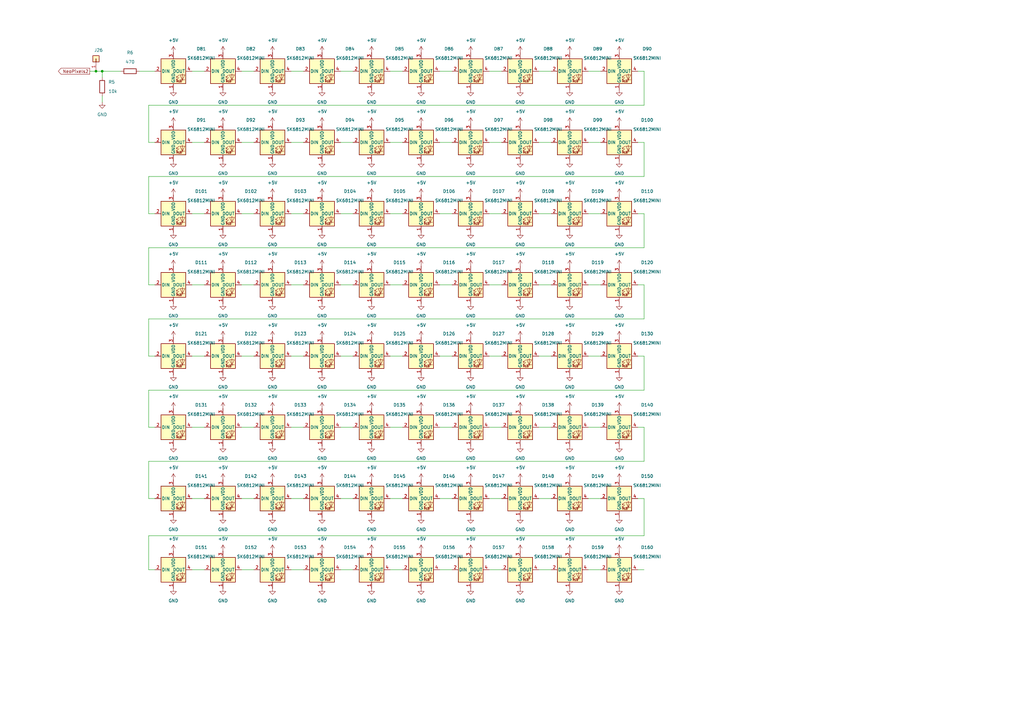
<source format=kicad_sch>
(kicad_sch (version 20231120) (generator "eeschema") (generator_version "8.0")
  (paper "A3")
  (junction (at 41.91 29.21))
  (junction (at 39.37 29.21))
  (wire (pts (xy 264.16 204.47) (xy 264.16 219.71)))
  (wire (pts (xy 60.96 72.39) (xy 60.96 87.63)))
  (wire (pts (xy 78.74 175.26) (xy 83.82 175.26)))
  (wire (pts (xy 139.7 116.84) (xy 144.78 116.84)))
  (wire (pts (xy 226.06 204.47) (xy 220.98 204.47)))
  (wire (pts (xy 264.16 233.68) (xy 261.62 233.68)))
  (wire (pts (xy 144.78 204.47) (xy 139.7 204.47)))
  (wire (pts (xy 264.16 130.81) (xy 60.96 130.81)))
  (wire (pts (xy 99.06 58.42) (xy 104.14 58.42)))
  (wire (pts (xy 246.38 87.63) (xy 241.3 87.63)))
  (wire (pts (xy 205.74 146.05) (xy 200.66 146.05)))
  (wire (pts (xy 200.66 175.26) (xy 205.74 175.26)))
  (wire (pts (xy 119.38 116.84) (xy 124.46 116.84)))
  (wire (pts (xy 144.78 146.05) (xy 139.7 146.05)))
  (wire (pts (xy 205.74 204.47) (xy 200.66 204.47)))
  (wire (pts (xy 205.74 29.21) (xy 200.66 29.21)))
  (wire (pts (xy 200.66 233.68) (xy 205.74 233.68)))
  (wire (pts (xy 124.46 87.63) (xy 119.38 87.63)))
  (wire (pts (xy 144.78 87.63) (xy 139.7 87.63)))
  (wire (pts (xy 226.06 146.05) (xy 220.98 146.05)))
  (wire (pts (xy 124.46 29.21) (xy 119.38 29.21)))
  (wire (pts (xy 83.82 204.47) (xy 78.74 204.47)))
  (wire (pts (xy 139.7 175.26) (xy 144.78 175.26)))
  (wire (pts (xy 78.74 233.68) (xy 83.82 233.68)))
  (wire (pts (xy 261.62 204.47) (xy 264.16 204.47)))
  (wire (pts (xy 220.98 175.26) (xy 226.06 175.26)))
  (wire (pts (xy 264.16 58.42) (xy 261.62 58.42)))
  (wire (pts (xy 264.16 146.05) (xy 264.16 160.02)))
  (wire (pts (xy 60.96 58.42) (xy 63.5 58.42)))
  (wire (pts (xy 264.16 175.26) (xy 261.62 175.26)))
  (wire (pts (xy 200.66 116.84) (xy 205.74 116.84)))
  (wire (pts (xy 57.15 29.21) (xy 63.5 29.21)))
  (wire (pts (xy 139.7 233.68) (xy 144.78 233.68)))
  (wire (pts (xy 160.02 116.84) (xy 165.1 116.84)))
  (wire (pts (xy 264.16 29.21) (xy 264.16 43.18)))
  (wire (pts (xy 104.14 146.05) (xy 99.06 146.05)))
  (wire (pts (xy 246.38 204.47) (xy 241.3 204.47)))
  (wire (pts (xy 60.96 233.68) (xy 63.5 233.68)))
  (wire (pts (xy 139.7 58.42) (xy 144.78 58.42)))
  (wire (pts (xy 185.42 204.47) (xy 180.34 204.47)))
  (wire (pts (xy 99.06 116.84) (xy 104.14 116.84)))
  (wire (pts (xy 226.06 29.21) (xy 220.98 29.21)))
  (wire (pts (xy 36.83 29.21) (xy 39.37 29.21)))
  (wire (pts (xy 220.98 233.68) (xy 226.06 233.68)))
  (wire (pts (xy 41.91 39.37) (xy 41.91 41.91)))
  (wire (pts (xy 165.1 204.47) (xy 160.02 204.47)))
  (wire (pts (xy 41.91 29.21) (xy 41.91 31.75)))
  (wire (pts (xy 180.34 58.42) (xy 185.42 58.42)))
  (wire (pts (xy 60.96 116.84) (xy 63.5 116.84)))
  (wire (pts (xy 264.16 87.63) (xy 264.16 101.6)))
  (wire (pts (xy 60.96 160.02) (xy 60.96 175.26)))
  (wire (pts (xy 241.3 58.42) (xy 246.38 58.42)))
  (wire (pts (xy 185.42 29.21) (xy 180.34 29.21)))
  (wire (pts (xy 220.98 58.42) (xy 226.06 58.42)))
  (wire (pts (xy 78.74 58.42) (xy 83.82 58.42)))
  (wire (pts (xy 104.14 87.63) (xy 99.06 87.63)))
  (wire (pts (xy 165.1 29.21) (xy 160.02 29.21)))
  (wire (pts (xy 165.1 146.05) (xy 160.02 146.05)))
  (wire (pts (xy 83.82 87.63) (xy 78.74 87.63)))
  (wire (pts (xy 264.16 72.39) (xy 60.96 72.39)))
  (wire (pts (xy 246.38 146.05) (xy 241.3 146.05)))
  (wire (pts (xy 99.06 233.68) (xy 104.14 233.68)))
  (wire (pts (xy 160.02 175.26) (xy 165.1 175.26)))
  (wire (pts (xy 63.5 204.47) (xy 60.96 204.47)))
  (wire (pts (xy 60.96 219.71) (xy 60.96 233.68)))
  (wire (pts (xy 264.16 43.18) (xy 60.96 43.18)))
  (wire (pts (xy 165.1 87.63) (xy 160.02 87.63)))
  (wire (pts (xy 185.42 146.05) (xy 180.34 146.05)))
  (wire (pts (xy 63.5 87.63) (xy 60.96 87.63)))
  (wire (pts (xy 264.16 58.42) (xy 264.16 72.39)))
  (wire (pts (xy 78.74 116.84) (xy 83.82 116.84)))
  (wire (pts (xy 185.42 87.63) (xy 180.34 87.63)))
  (wire (pts (xy 60.96 189.23) (xy 60.96 204.47)))
  (wire (pts (xy 261.62 146.05) (xy 264.16 146.05)))
  (wire (pts (xy 264.16 189.23) (xy 60.96 189.23)))
  (wire (pts (xy 226.06 87.63) (xy 220.98 87.63)))
  (wire (pts (xy 124.46 204.47) (xy 119.38 204.47)))
  (wire (pts (xy 264.16 116.84) (xy 264.16 130.81)))
  (wire (pts (xy 264.16 175.26) (xy 264.16 189.23)))
  (wire (pts (xy 246.38 29.21) (xy 241.3 29.21)))
  (wire (pts (xy 144.78 29.21) (xy 139.7 29.21)))
  (wire (pts (xy 241.3 233.68) (xy 246.38 233.68)))
  (wire (pts (xy 200.66 58.42) (xy 205.74 58.42)))
  (wire (pts (xy 264.16 101.6) (xy 60.96 101.6)))
  (wire (pts (xy 63.5 146.05) (xy 60.96 146.05)))
  (wire (pts (xy 119.38 233.68) (xy 124.46 233.68)))
  (wire (pts (xy 220.98 116.84) (xy 226.06 116.84)))
  (wire (pts (xy 60.96 175.26) (xy 63.5 175.26)))
  (wire (pts (xy 261.62 87.63) (xy 264.16 87.63)))
  (wire (pts (xy 180.34 233.68) (xy 185.42 233.68)))
  (wire (pts (xy 119.38 58.42) (xy 124.46 58.42)))
  (wire (pts (xy 41.91 29.21) (xy 49.53 29.21)))
  (wire (pts (xy 261.62 29.21) (xy 264.16 29.21)))
  (wire (pts (xy 241.3 116.84) (xy 246.38 116.84)))
  (wire (pts (xy 241.3 175.26) (xy 246.38 175.26)))
  (wire (pts (xy 83.82 146.05) (xy 78.74 146.05)))
  (wire (pts (xy 83.82 29.21) (xy 78.74 29.21)))
  (wire (pts (xy 180.34 116.84) (xy 185.42 116.84)))
  (wire (pts (xy 160.02 233.68) (xy 165.1 233.68)))
  (wire (pts (xy 60.96 101.6) (xy 60.96 116.84)))
  (wire (pts (xy 104.14 204.47) (xy 99.06 204.47)))
  (wire (pts (xy 205.74 87.63) (xy 200.66 87.63)))
  (wire (pts (xy 39.37 29.21) (xy 41.91 29.21)))
  (wire (pts (xy 60.96 130.81) (xy 60.96 146.05)))
  (wire (pts (xy 104.14 29.21) (xy 99.06 29.21)))
  (wire (pts (xy 264.16 160.02) (xy 60.96 160.02)))
  (wire (pts (xy 119.38 175.26) (xy 124.46 175.26)))
  (wire (pts (xy 264.16 116.84) (xy 261.62 116.84)))
  (wire (pts (xy 60.96 43.18) (xy 60.96 58.42)))
  (wire (pts (xy 99.06 175.26) (xy 104.14 175.26)))
  (wire (pts (xy 180.34 175.26) (xy 185.42 175.26)))
  (wire (pts (xy 160.02 58.42) (xy 165.1 58.42)))
  (wire (pts (xy 264.16 219.71) (xy 60.96 219.71)))
  (wire (pts (xy 124.46 146.05) (xy 119.38 146.05)))
  (global_label "NeoPixels2" (shape output) (at 36.83 29.21 180) (property "Intersheetrefs" "${INTERSHEET_REFS}" (effects (hide yes))))
  (symbol (lib_id "power:GND") (at 254 212.09 0) (unit 1)
    (property "Reference" "#PWR304" (effects (hide yes)))
    (property "Value" "GND" (at 254 217.17 0))
    (property "Description" "Power symbol creates a global label with name \"GND\" , ground" (effects (hide yes)))
  )
  (symbol (lib_id "power:+5V") (at 111.76 50.8 0) (unit 1)
    (property "Reference" "#PWR187" (effects (hide yes)))
    (property "Value" "+5V" (at 111.76 45.72 0))
    (property "Description" "Power symbol creates a global label with name \"+5V\"" (effects (hide yes)))
  )
  (symbol (lib_id "SK6812MINI-HS:SK6812MINI-HS") (at 91.44 204.47 0) (unit 1)
    (property "Reference" "D142" (at 102.87 195.2931 0))
    (property "Value" "SK6812MINI" (at 102.87 199.1031 0))
    (property "Footprint" "misc:SK6812MINI-HS" (effects (hide yes)))
    (property "Datasheet" "https://cdn-shop.adafruit.com/product-files/2686/SK6812MINI_REV.01-1-2.pdf" (effects (hide yes)))
    (property "Description" "RGB LED with integrated controller" (effects (hide yes)))
  )
  (symbol (lib_id "power:+5V") (at 91.44 196.85 0) (unit 1)
    (property "Reference" "#PWR286" (effects (hide yes)))
    (property "Value" "+5V" (at 91.44 191.77 0))
    (property "Description" "Power symbol creates a global label with name \"+5V\"" (effects (hide yes)))
  )
  (symbol (lib_id "power:GND") (at 111.76 153.67 0) (unit 1)
    (property "Reference" "#PWR257" (effects (hide yes)))
    (property "Value" "GND" (at 111.76 158.75 0))
    (property "Description" "Power symbol creates a global label with name \"GND\" , ground" (effects (hide yes)))
  )
  (symbol (lib_id "SK6812MINI-HS:SK6812MINI-HS") (at 152.4 204.47 0) (unit 1)
    (property "Reference" "D145" (at 163.83 195.2931 0))
    (property "Value" "SK6812MINI" (at 163.83 199.1031 0))
    (property "Footprint" "misc:SK6812MINI-HS" (effects (hide yes)))
    (property "Datasheet" "https://cdn-shop.adafruit.com/product-files/2686/SK6812MINI_REV.01-1-2.pdf" (effects (hide yes)))
    (property "Description" "RGB LED with integrated controller" (effects (hide yes)))
  )
  (symbol (lib_id "SK6812MINI-HS:SK6812MINI-HS") (at 213.36 146.05 0) (unit 1)
    (property "Reference" "D128" (at 224.79 136.8731 0))
    (property "Value" "SK6812MINI" (at 224.79 140.6831 0))
    (property "Footprint" "misc:SK6812MINI-HS" (effects (hide yes)))
    (property "Datasheet" "https://cdn-shop.adafruit.com/product-files/2686/SK6812MINI_REV.01-1-2.pdf" (effects (hide yes)))
    (property "Description" "RGB LED with integrated controller" (effects (hide yes)))
  )
  (symbol (lib_id "power:GND") (at 41.91 41.91 0) (unit 1)
    (property "Reference" "#PWR184" (effects (hide yes)))
    (property "Value" "GND" (at 41.91 46.99 0))
    (property "Description" "Power symbol creates a global label with name \"GND\" , ground" (effects (hide yes)))
  )
  (symbol (lib_id "SK6812MINI-HS:SK6812MINI-HS") (at 111.76 116.84 0) (unit 1)
    (property "Reference" "D113" (at 123.19 107.6631 0))
    (property "Value" "SK6812MINI" (at 123.19 111.4731 0))
    (property "Footprint" "misc:SK6812MINI-HS" (effects (hide yes)))
    (property "Datasheet" "https://cdn-shop.adafruit.com/product-files/2686/SK6812MINI_REV.01-1-2.pdf" (effects (hide yes)))
    (property "Description" "RGB LED with integrated controller" (effects (hide yes)))
  )
  (symbol (lib_id "SK6812MINI-HS:SK6812MINI-HS") (at 193.04 29.21 0) (unit 1)
    (property "Reference" "D87" (at 204.47 20.0331 0))
    (property "Value" "SK6812MINI" (at 204.47 23.8431 0))
    (property "Footprint" "misc:SK6812MINI-HS" (effects (hide yes)))
    (property "Datasheet" "https://cdn-shop.adafruit.com/product-files/2686/SK6812MINI_REV.01-1-2.pdf" (effects (hide yes)))
    (property "Description" "RGB LED with integrated controller" (effects (hide yes)))
  )
  (symbol (lib_id "power:+5V") (at 172.72 21.59 0) (unit 1)
    (property "Reference" "#PWR169" (effects (hide yes)))
    (property "Value" "+5V" (at 172.72 16.51 0))
    (property "Description" "Power symbol creates a global label with name \"+5V\"" (effects (hide yes)))
  )
  (symbol (lib_id "SK6812MINI-HS:SK6812MINI-HS") (at 213.36 29.21 0) (unit 1)
    (property "Reference" "D88" (at 224.79 20.0331 0))
    (property "Value" "SK6812MINI" (at 224.79 23.8431 0))
    (property "Footprint" "misc:SK6812MINI-HS" (effects (hide yes)))
    (property "Datasheet" "https://cdn-shop.adafruit.com/product-files/2686/SK6812MINI_REV.01-1-2.pdf" (effects (hide yes)))
    (property "Description" "RGB LED with integrated controller" (effects (hide yes)))
  )
  (symbol (lib_id "power:+5V") (at 213.36 167.64 0) (unit 1)
    (property "Reference" "#PWR272" (effects (hide yes)))
    (property "Value" "+5V" (at 213.36 162.56 0))
    (property "Description" "Power symbol creates a global label with name \"+5V\"" (effects (hide yes)))
  )
  (symbol (lib_id "power:+5V") (at 71.12 109.22 0) (unit 1)
    (property "Reference" "#PWR225" (effects (hide yes)))
    (property "Value" "+5V" (at 71.12 104.14 0))
    (property "Description" "Power symbol creates a global label with name \"+5V\"" (effects (hide yes)))
  )
  (symbol (lib_id "power:GND") (at 91.44 153.67 0) (unit 1)
    (property "Reference" "#PWR256" (effects (hide yes)))
    (property "Value" "GND" (at 91.44 158.75 0))
    (property "Description" "Power symbol creates a global label with name \"GND\" , ground" (effects (hide yes)))
  )
  (symbol (lib_id "Connector_Generic:Conn_01x01") (at 39.37 24.13 90) (unit 1)
    (property "Reference" "J26" (at 38.608 20.574 90) (effects (justify right)))
    (property "Value" "Conn_01x01" (effects (hide yes)))
    (property "Footprint" "TestPoint:TestPoint_Pad_D2.5mm" (effects (hide yes)))
    (property "Description" "Generic connector, single row, 01x01, script generated (kicad-library-utils/schlib/autogen/connector/)" (effects (hide yes)))
  )
  (symbol (lib_id "power:+5V") (at 172.72 167.64 0) (unit 1)
    (property "Reference" "#PWR270" (effects (hide yes)))
    (property "Value" "+5V" (at 172.72 162.56 0))
    (property "Description" "Power symbol creates a global label with name \"+5V\"" (effects (hide yes)))
  )
  (symbol (lib_id "SK6812MINI-HS:SK6812MINI-HS") (at 254 175.26 0) (unit 1)
    (property "Reference" "D140" (at 265.43 166.0831 0))
    (property "Value" "SK6812MINI" (at 265.43 169.8931 0))
    (property "Footprint" "misc:SK6812MINI-HS" (effects (hide yes)))
    (property "Datasheet" "https://cdn-shop.adafruit.com/product-files/2686/SK6812MINI_REV.01-1-2.pdf" (effects (hide yes)))
    (property "Description" "RGB LED with integrated controller" (effects (hide yes)))
  )
  (symbol (lib_id "power:GND") (at 152.4 212.09 0) (unit 1)
    (property "Reference" "#PWR299" (effects (hide yes)))
    (property "Value" "GND" (at 152.4 217.17 0))
    (property "Description" "Power symbol creates a global label with name \"GND\" , ground" (effects (hide yes)))
  )
  (symbol (lib_id "SK6812MINI-HS:SK6812MINI-HS") (at 254 116.84 0) (unit 1)
    (property "Reference" "D120" (at 265.43 107.6631 0))
    (property "Value" "SK6812MINI" (at 265.43 111.4731 0))
    (property "Footprint" "misc:SK6812MINI-HS" (effects (hide yes)))
    (property "Datasheet" "https://cdn-shop.adafruit.com/product-files/2686/SK6812MINI_REV.01-1-2.pdf" (effects (hide yes)))
    (property "Description" "RGB LED with integrated controller" (effects (hide yes)))
  )
  (symbol (lib_id "SK6812MINI-HS:SK6812MINI-HS") (at 111.76 233.68 0) (unit 1)
    (property "Reference" "D153" (at 123.19 224.5031 0))
    (property "Value" "SK6812MINI" (at 123.19 228.3131 0))
    (property "Footprint" "misc:SK6812MINI-HS" (effects (hide yes)))
    (property "Datasheet" "https://cdn-shop.adafruit.com/product-files/2686/SK6812MINI_REV.01-1-2.pdf" (effects (hide yes)))
    (property "Description" "RGB LED with integrated controller" (effects (hide yes)))
  )
  (symbol (lib_id "power:+5V") (at 132.08 196.85 0) (unit 1)
    (property "Reference" "#PWR288" (effects (hide yes)))
    (property "Value" "+5V" (at 132.08 191.77 0))
    (property "Description" "Power symbol creates a global label with name \"+5V\"" (effects (hide yes)))
  )
  (symbol (lib_id "power:+5V") (at 71.12 80.01 0) (unit 1)
    (property "Reference" "#PWR205" (effects (hide yes)))
    (property "Value" "+5V" (at 71.12 74.93 0))
    (property "Description" "Power symbol creates a global label with name \"+5V\"" (effects (hide yes)))
  )
  (symbol (lib_id "SK6812MINI-HS:SK6812MINI-HS") (at 91.44 233.68 0) (unit 1)
    (property "Reference" "D152" (at 102.87 224.5031 0))
    (property "Value" "SK6812MINI" (at 102.87 228.3131 0))
    (property "Footprint" "misc:SK6812MINI-HS" (effects (hide yes)))
    (property "Datasheet" "https://cdn-shop.adafruit.com/product-files/2686/SK6812MINI_REV.01-1-2.pdf" (effects (hide yes)))
    (property "Description" "RGB LED with integrated controller" (effects (hide yes)))
  )
  (symbol (lib_id "power:GND") (at 111.76 66.04 0) (unit 1)
    (property "Reference" "#PWR197" (effects (hide yes)))
    (property "Value" "GND" (at 111.76 71.12 0))
    (property "Description" "Power symbol creates a global label with name \"GND\" , ground" (effects (hide yes)))
  )
  (symbol (lib_id "power:+5V") (at 233.68 196.85 0) (unit 1)
    (property "Reference" "#PWR293" (effects (hide yes)))
    (property "Value" "+5V" (at 233.68 191.77 0))
    (property "Description" "Power symbol creates a global label with name \"+5V\"" (effects (hide yes)))
  )
  (symbol (lib_id "power:GND") (at 172.72 153.67 0) (unit 1)
    (property "Reference" "#PWR260" (effects (hide yes)))
    (property "Value" "GND" (at 172.72 158.75 0))
    (property "Description" "Power symbol creates a global label with name \"GND\" , ground" (effects (hide yes)))
  )
  (symbol (lib_id "SK6812MINI-HS:SK6812MINI-HS") (at 111.76 58.42 0) (unit 1)
    (property "Reference" "D93" (at 123.19 49.2431 0))
    (property "Value" "SK6812MINI" (at 123.19 53.0531 0))
    (property "Footprint" "misc:SK6812MINI-HS" (effects (hide yes)))
    (property "Datasheet" "https://cdn-shop.adafruit.com/product-files/2686/SK6812MINI_REV.01-1-2.pdf" (effects (hide yes)))
    (property "Description" "RGB LED with integrated controller" (effects (hide yes)))
  )
  (symbol (lib_id "power:GND") (at 193.04 124.46 0) (unit 1)
    (property "Reference" "#PWR241" (effects (hide yes)))
    (property "Value" "GND" (at 193.04 129.54 0))
    (property "Description" "Power symbol creates a global label with name \"GND\" , ground" (effects (hide yes)))
  )
  (symbol (lib_id "power:GND") (at 71.12 124.46 0) (unit 1)
    (property "Reference" "#PWR235" (effects (hide yes)))
    (property "Value" "GND" (at 71.12 129.54 0))
    (property "Description" "Power symbol creates a global label with name \"GND\" , ground" (effects (hide yes)))
  )
  (symbol (lib_id "SK6812MINI-HS:SK6812MINI-HS") (at 152.4 146.05 0) (unit 1)
    (property "Reference" "D125" (at 163.83 136.8731 0))
    (property "Value" "SK6812MINI" (at 163.83 140.6831 0))
    (property "Footprint" "misc:SK6812MINI-HS" (effects (hide yes)))
    (property "Datasheet" "https://cdn-shop.adafruit.com/product-files/2686/SK6812MINI_REV.01-1-2.pdf" (effects (hide yes)))
    (property "Description" "RGB LED with integrated controller" (effects (hide yes)))
  )
  (symbol (lib_id "power:GND") (at 91.44 66.04 0) (unit 1)
    (property "Reference" "#PWR196" (effects (hide yes)))
    (property "Value" "GND" (at 91.44 71.12 0))
    (property "Description" "Power symbol creates a global label with name \"GND\" , ground" (effects (hide yes)))
  )
  (symbol (lib_id "power:GND") (at 193.04 212.09 0) (unit 1)
    (property "Reference" "#PWR301" (effects (hide yes)))
    (property "Value" "GND" (at 193.04 217.17 0))
    (property "Description" "Power symbol creates a global label with name \"GND\" , ground" (effects (hide yes)))
  )
  (symbol (lib_id "power:+5V") (at 213.36 80.01 0) (unit 1)
    (property "Reference" "#PWR212" (effects (hide yes)))
    (property "Value" "+5V" (at 213.36 74.93 0))
    (property "Description" "Power symbol creates a global label with name \"+5V\"" (effects (hide yes)))
  )
  (symbol (lib_id "SK6812MINI-HS:SK6812MINI-HS") (at 172.72 175.26 0) (unit 1)
    (property "Reference" "D136" (at 184.15 166.0831 0))
    (property "Value" "SK6812MINI" (at 184.15 169.8931 0))
    (property "Footprint" "misc:SK6812MINI-HS" (effects (hide yes)))
    (property "Datasheet" "https://cdn-shop.adafruit.com/product-files/2686/SK6812MINI_REV.01-1-2.pdf" (effects (hide yes)))
    (property "Description" "RGB LED with integrated controller" (effects (hide yes)))
  )
  (symbol (lib_id "power:GND") (at 254 124.46 0) (unit 1)
    (property "Reference" "#PWR244" (effects (hide yes)))
    (property "Value" "GND" (at 254 129.54 0))
    (property "Description" "Power symbol creates a global label with name \"GND\" , ground" (effects (hide yes)))
  )
  (symbol (lib_id "SK6812MINI-HS:SK6812MINI-HS") (at 152.4 175.26 0) (unit 1)
    (property "Reference" "D135" (at 163.83 166.0831 0))
    (property "Value" "SK6812MINI" (at 163.83 169.8931 0))
    (property "Footprint" "misc:SK6812MINI-HS" (effects (hide yes)))
    (property "Datasheet" "https://cdn-shop.adafruit.com/product-files/2686/SK6812MINI_REV.01-1-2.pdf" (effects (hide yes)))
    (property "Description" "RGB LED with integrated controller" (effects (hide yes)))
  )
  (symbol (lib_id "power:+5V") (at 111.76 21.59 0) (unit 1)
    (property "Reference" "#PWR166" (effects (hide yes)))
    (property "Value" "+5V" (at 111.76 16.51 0))
    (property "Description" "Power symbol creates a global label with name \"+5V\"" (effects (hide yes)))
  )
  (symbol (lib_id "SK6812MINI-HS:SK6812MINI-HS") (at 71.12 58.42 0) (unit 1)
    (property "Reference" "D91" (at 82.55 49.2431 0))
    (property "Value" "SK6812MINI" (at 82.55 53.0531 0))
    (property "Footprint" "misc:SK6812MINI-HS" (effects (hide yes)))
    (property "Datasheet" "https://cdn-shop.adafruit.com/product-files/2686/SK6812MINI_REV.01-1-2.pdf" (effects (hide yes)))
    (property "Description" "RGB LED with integrated controller" (effects (hide yes)))
  )
  (symbol (lib_id "power:GND") (at 193.04 36.83 0) (unit 1)
    (property "Reference" "#PWR180" (effects (hide yes)))
    (property "Value" "GND" (at 193.04 41.91 0))
    (property "Description" "Power symbol creates a global label with name \"GND\" , ground" (effects (hide yes)))
  )
  (symbol (lib_id "SK6812MINI-HS:SK6812MINI-HS") (at 91.44 87.63 0) (unit 1)
    (property "Reference" "D102" (at 102.87 78.4531 0))
    (property "Value" "SK6812MINI" (at 102.87 82.2631 0))
    (property "Footprint" "misc:SK6812MINI-HS" (effects (hide yes)))
    (property "Datasheet" "https://cdn-shop.adafruit.com/product-files/2686/SK6812MINI_REV.01-1-2.pdf" (effects (hide yes)))
    (property "Description" "RGB LED with integrated controller" (effects (hide yes)))
  )
  (symbol (lib_id "SK6812MINI-HS:SK6812MINI-HS") (at 233.68 233.68 0) (unit 1)
    (property "Reference" "D159" (at 245.11 224.5031 0))
    (property "Value" "SK6812MINI" (at 245.11 228.3131 0))
    (property "Footprint" "misc:SK6812MINI-HS" (effects (hide yes)))
    (property "Datasheet" "https://cdn-shop.adafruit.com/product-files/2686/SK6812MINI_REV.01-1-2.pdf" (effects (hide yes)))
    (property "Description" "RGB LED with integrated controller" (effects (hide yes)))
  )
  (symbol (lib_id "power:+5V") (at 172.72 80.01 0) (unit 1)
    (property "Reference" "#PWR210" (effects (hide yes)))
    (property "Value" "+5V" (at 172.72 74.93 0))
    (property "Description" "Power symbol creates a global label with name \"+5V\"" (effects (hide yes)))
  )
  (symbol (lib_id "power:+5V") (at 152.4 138.43 0) (unit 1)
    (property "Reference" "#PWR249" (effects (hide yes)))
    (property "Value" "+5V" (at 152.4 133.35 0))
    (property "Description" "Power symbol creates a global label with name \"+5V\"" (effects (hide yes)))
  )
  (symbol (lib_id "SK6812MINI-HS:SK6812MINI-HS") (at 91.44 116.84 0) (unit 1)
    (property "Reference" "D112" (at 102.87 107.6631 0))
    (property "Value" "SK6812MINI" (at 102.87 111.4731 0))
    (property "Footprint" "misc:SK6812MINI-HS" (effects (hide yes)))
    (property "Datasheet" "https://cdn-shop.adafruit.com/product-files/2686/SK6812MINI_REV.01-1-2.pdf" (effects (hide yes)))
    (property "Description" "RGB LED with integrated controller" (effects (hide yes)))
  )
  (symbol (lib_id "power:GND") (at 71.12 241.3 0) (unit 1)
    (property "Reference" "#PWR315" (effects (hide yes)))
    (property "Value" "GND" (at 71.12 246.38 0))
    (property "Description" "Power symbol creates a global label with name \"GND\" , ground" (effects (hide yes)))
  )
  (symbol (lib_id "power:GND") (at 71.12 95.25 0) (unit 1)
    (property "Reference" "#PWR215" (effects (hide yes)))
    (property "Value" "GND" (at 71.12 100.33 0))
    (property "Description" "Power symbol creates a global label with name \"GND\" , ground" (effects (hide yes)))
  )
  (symbol (lib_id "SK6812MINI-HS:SK6812MINI-HS") (at 254 29.21 0) (unit 1)
    (property "Reference" "D90" (at 265.43 20.0331 0))
    (property "Value" "SK6812MINI" (at 265.43 23.8431 0))
    (property "Footprint" "misc:SK6812MINI-HS" (effects (hide yes)))
    (property "Datasheet" "https://cdn-shop.adafruit.com/product-files/2686/SK6812MINI_REV.01-1-2.pdf" (effects (hide yes)))
    (property "Description" "RGB LED with integrated controller" (effects (hide yes)))
  )
  (symbol (lib_id "power:GND") (at 193.04 66.04 0) (unit 1)
    (property "Reference" "#PWR201" (effects (hide yes)))
    (property "Value" "GND" (at 193.04 71.12 0))
    (property "Description" "Power symbol creates a global label with name \"GND\" , ground" (effects (hide yes)))
  )
  (symbol (lib_id "power:GND") (at 91.44 212.09 0) (unit 1)
    (property "Reference" "#PWR296" (effects (hide yes)))
    (property "Value" "GND" (at 91.44 217.17 0))
    (property "Description" "Power symbol creates a global label with name \"GND\" , ground" (effects (hide yes)))
  )
  (symbol (lib_id "power:GND") (at 213.36 124.46 0) (unit 1)
    (property "Reference" "#PWR242" (effects (hide yes)))
    (property "Value" "GND" (at 213.36 129.54 0))
    (property "Description" "Power symbol creates a global label with name \"GND\" , ground" (effects (hide yes)))
  )
  (symbol (lib_id "SK6812MINI-HS:SK6812MINI-HS") (at 132.08 87.63 0) (unit 1)
    (property "Reference" "D104" (at 143.51 78.4531 0))
    (property "Value" "SK6812MINI" (at 143.51 82.2631 0))
    (property "Footprint" "misc:SK6812MINI-HS" (effects (hide yes)))
    (property "Datasheet" "https://cdn-shop.adafruit.com/product-files/2686/SK6812MINI_REV.01-1-2.pdf" (effects (hide yes)))
    (property "Description" "RGB LED with integrated controller" (effects (hide yes)))
  )
  (symbol (lib_id "SK6812MINI-HS:SK6812MINI-HS") (at 172.72 116.84 0) (unit 1)
    (property "Reference" "D116" (at 184.15 107.6631 0))
    (property "Value" "SK6812MINI" (at 184.15 111.4731 0))
    (property "Footprint" "misc:SK6812MINI-HS" (effects (hide yes)))
    (property "Datasheet" "https://cdn-shop.adafruit.com/product-files/2686/SK6812MINI_REV.01-1-2.pdf" (effects (hide yes)))
    (property "Description" "RGB LED with integrated controller" (effects (hide yes)))
  )
  (symbol (lib_id "power:+5V") (at 233.68 50.8 0) (unit 1)
    (property "Reference" "#PWR193" (effects (hide yes)))
    (property "Value" "+5V" (at 233.68 45.72 0))
    (property "Description" "Power symbol creates a global label with name \"+5V\"" (effects (hide yes)))
  )
  (symbol (lib_id "SK6812MINI-HS:SK6812MINI-HS") (at 233.68 175.26 0) (unit 1)
    (property "Reference" "D139" (at 245.11 166.0831 0))
    (property "Value" "SK6812MINI" (at 245.11 169.8931 0))
    (property "Footprint" "misc:SK6812MINI-HS" (effects (hide yes)))
    (property "Datasheet" "https://cdn-shop.adafruit.com/product-files/2686/SK6812MINI_REV.01-1-2.pdf" (effects (hide yes)))
    (property "Description" "RGB LED with integrated controller" (effects (hide yes)))
  )
  (symbol (lib_id "SK6812MINI-HS:SK6812MINI-HS") (at 233.68 29.21 0) (unit 1)
    (property "Reference" "D89" (at 245.11 20.0331 0))
    (property "Value" "SK6812MINI" (at 245.11 23.8431 0))
    (property "Footprint" "misc:SK6812MINI-HS" (effects (hide yes)))
    (property "Datasheet" "https://cdn-shop.adafruit.com/product-files/2686/SK6812MINI_REV.01-1-2.pdf" (effects (hide yes)))
    (property "Description" "RGB LED with integrated controller" (effects (hide yes)))
  )
  (symbol (lib_id "SK6812MINI-HS:SK6812MINI-HS") (at 152.4 87.63 0) (unit 1)
    (property "Reference" "D105" (at 163.83 78.4531 0))
    (property "Value" "SK6812MINI" (at 163.83 82.2631 0))
    (property "Footprint" "misc:SK6812MINI-HS" (effects (hide yes)))
    (property "Datasheet" "https://cdn-shop.adafruit.com/product-files/2686/SK6812MINI_REV.01-1-2.pdf" (effects (hide yes)))
    (property "Description" "RGB LED with integrated controller" (effects (hide yes)))
  )
  (symbol (lib_id "power:+5V") (at 254 196.85 0) (unit 1)
    (property "Reference" "#PWR294" (effects (hide yes)))
    (property "Value" "+5V" (at 254 191.77 0))
    (property "Description" "Power symbol creates a global label with name \"+5V\"" (effects (hide yes)))
  )
  (symbol (lib_id "SK6812MINI-HS:SK6812MINI-HS") (at 152.4 116.84 0) (unit 1)
    (property "Reference" "D115" (at 163.83 107.6631 0))
    (property "Value" "SK6812MINI" (at 163.83 111.4731 0))
    (property "Footprint" "misc:SK6812MINI-HS" (effects (hide yes)))
    (property "Datasheet" "https://cdn-shop.adafruit.com/product-files/2686/SK6812MINI_REV.01-1-2.pdf" (effects (hide yes)))
    (property "Description" "RGB LED with integrated controller" (effects (hide yes)))
  )
  (symbol (lib_id "power:+5V") (at 254 138.43 0) (unit 1)
    (property "Reference" "#PWR254" (effects (hide yes)))
    (property "Value" "+5V" (at 254 133.35 0))
    (property "Description" "Power symbol creates a global label with name \"+5V\"" (effects (hide yes)))
  )
  (symbol (lib_id "SK6812MINI-HS:SK6812MINI-HS") (at 111.76 175.26 0) (unit 1)
    (property "Reference" "D133" (at 123.19 166.0831 0))
    (property "Value" "SK6812MINI" (at 123.19 169.8931 0))
    (property "Footprint" "misc:SK6812MINI-HS" (effects (hide yes)))
    (property "Datasheet" "https://cdn-shop.adafruit.com/product-files/2686/SK6812MINI_REV.01-1-2.pdf" (effects (hide yes)))
    (property "Description" "RGB LED with integrated controller" (effects (hide yes)))
  )
  (symbol (lib_id "SK6812MINI-HS:SK6812MINI-HS") (at 193.04 58.42 0) (unit 1)
    (property "Reference" "D97" (at 204.47 49.2431 0))
    (property "Value" "SK6812MINI" (at 204.47 53.0531 0))
    (property "Footprint" "misc:SK6812MINI-HS" (effects (hide yes)))
    (property "Datasheet" "https://cdn-shop.adafruit.com/product-files/2686/SK6812MINI_REV.01-1-2.pdf" (effects (hide yes)))
    (property "Description" "RGB LED with integrated controller" (effects (hide yes)))
  )
  (symbol (lib_id "SK6812MINI-HS:SK6812MINI-HS") (at 111.76 87.63 0) (unit 1)
    (property "Reference" "D103" (at 123.19 78.4531 0))
    (property "Value" "SK6812MINI" (at 123.19 82.2631 0))
    (property "Footprint" "misc:SK6812MINI-HS" (effects (hide yes)))
    (property "Datasheet" "https://cdn-shop.adafruit.com/product-files/2686/SK6812MINI_REV.01-1-2.pdf" (effects (hide yes)))
    (property "Description" "RGB LED with integrated controller" (effects (hide yes)))
  )
  (symbol (lib_id "power:+5V") (at 132.08 50.8 0) (unit 1)
    (property "Reference" "#PWR188" (effects (hide yes)))
    (property "Value" "+5V" (at 132.08 45.72 0))
    (property "Description" "Power symbol creates a global label with name \"+5V\"" (effects (hide yes)))
  )
  (symbol (lib_id "power:GND") (at 132.08 66.04 0) (unit 1)
    (property "Reference" "#PWR198" (effects (hide yes)))
    (property "Value" "GND" (at 132.08 71.12 0))
    (property "Description" "Power symbol creates a global label with name \"GND\" , ground" (effects (hide yes)))
  )
  (symbol (lib_id "power:GND") (at 132.08 36.83 0) (unit 1)
    (property "Reference" "#PWR177" (effects (hide yes)))
    (property "Value" "GND" (at 132.08 41.91 0))
    (property "Description" "Power symbol creates a global label with name \"GND\" , ground" (effects (hide yes)))
  )
  (symbol (lib_id "power:+5V") (at 213.36 109.22 0) (unit 1)
    (property "Reference" "#PWR232" (effects (hide yes)))
    (property "Value" "+5V" (at 213.36 104.14 0))
    (property "Description" "Power symbol creates a global label with name \"+5V\"" (effects (hide yes)))
  )
  (symbol (lib_id "power:GND") (at 233.68 212.09 0) (unit 1)
    (property "Reference" "#PWR303" (effects (hide yes)))
    (property "Value" "GND" (at 233.68 217.17 0))
    (property "Description" "Power symbol creates a global label with name \"GND\" , ground" (effects (hide yes)))
  )
  (symbol (lib_id "power:+5V") (at 132.08 21.59 0) (unit 1)
    (property "Reference" "#PWR167" (effects (hide yes)))
    (property "Value" "+5V" (at 132.08 16.51 0))
    (property "Description" "Power symbol creates a global label with name \"+5V\"" (effects (hide yes)))
  )
  (symbol (lib_id "power:GND") (at 193.04 182.88 0) (unit 1)
    (property "Reference" "#PWR281" (effects (hide yes)))
    (property "Value" "GND" (at 193.04 187.96 0))
    (property "Description" "Power symbol creates a global label with name \"GND\" , ground" (effects (hide yes)))
  )
  (symbol (lib_id "SK6812MINI-HS:SK6812MINI-HS") (at 193.04 146.05 0) (unit 1)
    (property "Reference" "D127" (at 204.47 136.8731 0))
    (property "Value" "SK6812MINI" (at 204.47 140.6831 0))
    (property "Footprint" "misc:SK6812MINI-HS" (effects (hide yes)))
    (property "Datasheet" "https://cdn-shop.adafruit.com/product-files/2686/SK6812MINI_REV.01-1-2.pdf" (effects (hide yes)))
    (property "Description" "RGB LED with integrated controller" (effects (hide yes)))
  )
  (symbol (lib_id "power:GND") (at 233.68 124.46 0) (unit 1)
    (property "Reference" "#PWR243" (effects (hide yes)))
    (property "Value" "GND" (at 233.68 129.54 0))
    (property "Description" "Power symbol creates a global label with name \"GND\" , ground" (effects (hide yes)))
  )
  (symbol (lib_id "power:+5V") (at 193.04 138.43 0) (unit 1)
    (property "Reference" "#PWR251" (effects (hide yes)))
    (property "Value" "+5V" (at 193.04 133.35 0))
    (property "Description" "Power symbol creates a global label with name \"+5V\"" (effects (hide yes)))
  )
  (symbol (lib_id "power:+5V") (at 132.08 138.43 0) (unit 1)
    (property "Reference" "#PWR248" (effects (hide yes)))
    (property "Value" "+5V" (at 132.08 133.35 0))
    (property "Description" "Power symbol creates a global label with name \"+5V\"" (effects (hide yes)))
  )
  (symbol (lib_id "power:+5V") (at 233.68 226.06 0) (unit 1)
    (property "Reference" "#PWR313" (effects (hide yes)))
    (property "Value" "+5V" (at 233.68 220.98 0))
    (property "Description" "Power symbol creates a global label with name \"+5V\"" (effects (hide yes)))
  )
  (symbol (lib_id "SK6812MINI-HS:SK6812MINI-HS") (at 172.72 233.68 0) (unit 1)
    (property "Reference" "D156" (at 184.15 224.5031 0))
    (property "Value" "SK6812MINI" (at 184.15 228.3131 0))
    (property "Footprint" "misc:SK6812MINI-HS" (effects (hide yes)))
    (property "Datasheet" "https://cdn-shop.adafruit.com/product-files/2686/SK6812MINI_REV.01-1-2.pdf" (effects (hide yes)))
    (property "Description" "RGB LED with integrated controller" (effects (hide yes)))
  )
  (symbol (lib_id "power:+5V") (at 71.12 21.59 0) (unit 1)
    (property "Reference" "#PWR164" (effects (hide yes)))
    (property "Value" "+5V" (at 71.12 16.51 0))
    (property "Description" "Power symbol creates a global label with name \"+5V\"" (effects (hide yes)))
  )
  (symbol (lib_id "SK6812MINI-HS:SK6812MINI-HS") (at 172.72 204.47 0) (unit 1)
    (property "Reference" "D146" (at 184.15 195.2931 0))
    (property "Value" "SK6812MINI" (at 184.15 199.1031 0))
    (property "Footprint" "misc:SK6812MINI-HS" (effects (hide yes)))
    (property "Datasheet" "https://cdn-shop.adafruit.com/product-files/2686/SK6812MINI_REV.01-1-2.pdf" (effects (hide yes)))
    (property "Description" "RGB LED with integrated controller" (effects (hide yes)))
  )
  (symbol (lib_id "power:GND") (at 172.72 36.83 0) (unit 1)
    (property "Reference" "#PWR179" (effects (hide yes)))
    (property "Value" "GND" (at 172.72 41.91 0))
    (property "Description" "Power symbol creates a global label with name \"GND\" , ground" (effects (hide yes)))
  )
  (symbol (lib_id "power:GND") (at 233.68 66.04 0) (unit 1)
    (property "Reference" "#PWR203" (effects (hide yes)))
    (property "Value" "GND" (at 233.68 71.12 0))
    (property "Description" "Power symbol creates a global label with name \"GND\" , ground" (effects (hide yes)))
  )
  (symbol (lib_id "SK6812MINI-HS:SK6812MINI-HS") (at 71.12 233.68 0) (unit 1)
    (property "Reference" "D151" (at 82.55 224.5031 0))
    (property "Value" "SK6812MINI" (at 82.55 228.3131 0))
    (property "Footprint" "misc:SK6812MINI-HS" (effects (hide yes)))
    (property "Datasheet" "https://cdn-shop.adafruit.com/product-files/2686/SK6812MINI_REV.01-1-2.pdf" (effects (hide yes)))
    (property "Description" "RGB LED with integrated controller" (effects (hide yes)))
  )
  (symbol (lib_id "SK6812MINI-HS:SK6812MINI-HS") (at 71.12 146.05 0) (unit 1)
    (property "Reference" "D121" (at 82.55 136.8731 0))
    (property "Value" "SK6812MINI" (at 82.55 140.6831 0))
    (property "Footprint" "misc:SK6812MINI-HS" (effects (hide yes)))
    (property "Datasheet" "https://cdn-shop.adafruit.com/product-files/2686/SK6812MINI_REV.01-1-2.pdf" (effects (hide yes)))
    (property "Description" "RGB LED with integrated controller" (effects (hide yes)))
  )
  (symbol (lib_id "SK6812MINI-HS:SK6812MINI-HS") (at 111.76 29.21 0) (unit 1)
    (property "Reference" "D83" (at 123.19 20.0331 0))
    (property "Value" "SK6812MINI" (at 123.19 23.8431 0))
    (property "Footprint" "misc:SK6812MINI-HS" (effects (hide yes)))
    (property "Datasheet" "https://cdn-shop.adafruit.com/product-files/2686/SK6812MINI_REV.01-1-2.pdf" (effects (hide yes)))
    (property "Description" "RGB LED with integrated controller" (effects (hide yes)))
  )
  (symbol (lib_id "power:GND") (at 254 66.04 0) (unit 1)
    (property "Reference" "#PWR204" (effects (hide yes)))
    (property "Value" "GND" (at 254 71.12 0))
    (property "Description" "Power symbol creates a global label with name \"GND\" , ground" (effects (hide yes)))
  )
  (symbol (lib_id "SK6812MINI-HS:SK6812MINI-HS") (at 71.12 116.84 0) (unit 1)
    (property "Reference" "D111" (at 82.55 107.6631 0))
    (property "Value" "SK6812MINI" (at 82.55 111.4731 0))
    (property "Footprint" "misc:SK6812MINI-HS" (effects (hide yes)))
    (property "Datasheet" "https://cdn-shop.adafruit.com/product-files/2686/SK6812MINI_REV.01-1-2.pdf" (effects (hide yes)))
    (property "Description" "RGB LED with integrated controller" (effects (hide yes)))
  )
  (symbol (lib_id "power:GND") (at 213.36 153.67 0) (unit 1)
    (property "Reference" "#PWR262" (effects (hide yes)))
    (property "Value" "GND" (at 213.36 158.75 0))
    (property "Description" "Power symbol creates a global label with name \"GND\" , ground" (effects (hide yes)))
  )
  (symbol (lib_id "power:GND") (at 233.68 241.3 0) (unit 1)
    (property "Reference" "#PWR323" (effects (hide yes)))
    (property "Value" "GND" (at 233.68 246.38 0))
    (property "Description" "Power symbol creates a global label with name \"GND\" , ground" (effects (hide yes)))
  )
  (symbol (lib_id "power:+5V") (at 213.36 50.8 0) (unit 1)
    (property "Reference" "#PWR192" (effects (hide yes)))
    (property "Value" "+5V" (at 213.36 45.72 0))
    (property "Description" "Power symbol creates a global label with name \"+5V\"" (effects (hide yes)))
  )
  (symbol (lib_id "SK6812MINI-HS:SK6812MINI-HS") (at 152.4 29.21 0) (unit 1)
    (property "Reference" "D85" (at 163.83 20.0331 0))
    (property "Value" "SK6812MINI" (at 163.83 23.8431 0))
    (property "Footprint" "misc:SK6812MINI-HS" (effects (hide yes)))
    (property "Datasheet" "https://cdn-shop.adafruit.com/product-files/2686/SK6812MINI_REV.01-1-2.pdf" (effects (hide yes)))
    (property "Description" "RGB LED with integrated controller" (effects (hide yes)))
  )
  (symbol (lib_id "SK6812MINI-HS:SK6812MINI-HS") (at 132.08 29.21 0) (unit 1)
    (property "Reference" "D84" (at 143.51 20.0331 0))
    (property "Value" "SK6812MINI" (at 143.51 23.8431 0))
    (property "Footprint" "misc:SK6812MINI-HS" (effects (hide yes)))
    (property "Datasheet" "https://cdn-shop.adafruit.com/product-files/2686/SK6812MINI_REV.01-1-2.pdf" (effects (hide yes)))
    (property "Description" "RGB LED with integrated controller" (effects (hide yes)))
  )
  (symbol (lib_id "power:+5V") (at 254 109.22 0) (unit 1)
    (property "Reference" "#PWR234" (effects (hide yes)))
    (property "Value" "+5V" (at 254 104.14 0))
    (property "Description" "Power symbol creates a global label with name \"+5V\"" (effects (hide yes)))
  )
  (symbol (lib_id "power:+5V") (at 111.76 138.43 0) (unit 1)
    (property "Reference" "#PWR247" (effects (hide yes)))
    (property "Value" "+5V" (at 111.76 133.35 0))
    (property "Description" "Power symbol creates a global label with name \"+5V\"" (effects (hide yes)))
  )
  (symbol (lib_id "SK6812MINI-HS:SK6812MINI-HS") (at 213.36 116.84 0) (unit 1)
    (property "Reference" "D118" (at 224.79 107.6631 0))
    (property "Value" "SK6812MINI" (at 224.79 111.4731 0))
    (property "Footprint" "misc:SK6812MINI-HS" (effects (hide yes)))
    (property "Datasheet" "https://cdn-shop.adafruit.com/product-files/2686/SK6812MINI_REV.01-1-2.pdf" (effects (hide yes)))
    (property "Description" "RGB LED with integrated controller" (effects (hide yes)))
  )
  (symbol (lib_id "power:GND") (at 172.72 124.46 0) (unit 1)
    (property "Reference" "#PWR240" (effects (hide yes)))
    (property "Value" "GND" (at 172.72 129.54 0))
    (property "Description" "Power symbol creates a global label with name \"GND\" , ground" (effects (hide yes)))
  )
  (symbol (lib_id "power:GND") (at 254 182.88 0) (unit 1)
    (property "Reference" "#PWR284" (effects (hide yes)))
    (property "Value" "GND" (at 254 187.96 0))
    (property "Description" "Power symbol creates a global label with name \"GND\" , ground" (effects (hide yes)))
  )
  (symbol (lib_id "power:+5V") (at 254 80.01 0) (unit 1)
    (property "Reference" "#PWR214" (effects (hide yes)))
    (property "Value" "+5V" (at 254 74.93 0))
    (property "Description" "Power symbol creates a global label with name \"+5V\"" (effects (hide yes)))
  )
  (symbol (lib_id "SK6812MINI-HS:SK6812MINI-HS") (at 71.12 29.21 0) (unit 1)
    (property "Reference" "D81" (at 82.55 20.0331 0))
    (property "Value" "SK6812MINI" (at 82.55 23.8431 0))
    (property "Footprint" "misc:SK6812MINI-HS" (effects (hide yes)))
    (property "Datasheet" "https://cdn-shop.adafruit.com/product-files/2686/SK6812MINI_REV.01-1-2.pdf" (effects (hide yes)))
    (property "Description" "RGB LED with integrated controller" (effects (hide yes)))
  )
  (symbol (lib_id "SK6812MINI-HS:SK6812MINI-HS") (at 132.08 146.05 0) (unit 1)
    (property "Reference" "D124" (at 143.51 136.8731 0))
    (property "Value" "SK6812MINI" (at 143.51 140.6831 0))
    (property "Footprint" "misc:SK6812MINI-HS" (effects (hide yes)))
    (property "Datasheet" "https://cdn-shop.adafruit.com/product-files/2686/SK6812MINI_REV.01-1-2.pdf" (effects (hide yes)))
    (property "Description" "RGB LED with integrated controller" (effects (hide yes)))
  )
  (symbol (lib_id "power:GND") (at 132.08 95.25 0) (unit 1)
    (property "Reference" "#PWR218" (effects (hide yes)))
    (property "Value" "GND" (at 132.08 100.33 0))
    (property "Description" "Power symbol creates a global label with name \"GND\" , ground" (effects (hide yes)))
  )
  (symbol (lib_id "power:GND") (at 172.72 212.09 0) (unit 1)
    (property "Reference" "#PWR300" (effects (hide yes)))
    (property "Value" "GND" (at 172.72 217.17 0))
    (property "Description" "Power symbol creates a global label with name \"GND\" , ground" (effects (hide yes)))
  )
  (symbol (lib_id "power:GND") (at 111.76 241.3 0) (unit 1)
    (property "Reference" "#PWR317" (effects (hide yes)))
    (property "Value" "GND" (at 111.76 246.38 0))
    (property "Description" "Power symbol creates a global label with name \"GND\" , ground" (effects (hide yes)))
  )
  (symbol (lib_id "power:GND") (at 172.72 95.25 0) (unit 1)
    (property "Reference" "#PWR220" (effects (hide yes)))
    (property "Value" "GND" (at 172.72 100.33 0))
    (property "Description" "Power symbol creates a global label with name \"GND\" , ground" (effects (hide yes)))
  )
  (symbol (lib_id "power:+5V") (at 213.36 226.06 0) (unit 1)
    (property "Reference" "#PWR312" (effects (hide yes)))
    (property "Value" "+5V" (at 213.36 220.98 0))
    (property "Description" "Power symbol creates a global label with name \"+5V\"" (effects (hide yes)))
  )
  (symbol (lib_id "SK6812MINI-HS:SK6812MINI-HS") (at 132.08 233.68 0) (unit 1)
    (property "Reference" "D154" (at 143.51 224.5031 0))
    (property "Value" "SK6812MINI" (at 143.51 228.3131 0))
    (property "Footprint" "misc:SK6812MINI-HS" (effects (hide yes)))
    (property "Datasheet" "https://cdn-shop.adafruit.com/product-files/2686/SK6812MINI_REV.01-1-2.pdf" (effects (hide yes)))
    (property "Description" "RGB LED with integrated controller" (effects (hide yes)))
  )
  (symbol (lib_id "SK6812MINI-HS:SK6812MINI-HS") (at 193.04 116.84 0) (unit 1)
    (property "Reference" "D117" (at 204.47 107.6631 0))
    (property "Value" "SK6812MINI" (at 204.47 111.4731 0))
    (property "Footprint" "misc:SK6812MINI-HS" (effects (hide yes)))
    (property "Datasheet" "https://cdn-shop.adafruit.com/product-files/2686/SK6812MINI_REV.01-1-2.pdf" (effects (hide yes)))
    (property "Description" "RGB LED with integrated controller" (effects (hide yes)))
  )
  (symbol (lib_id "SK6812MINI-HS:SK6812MINI-HS") (at 213.36 87.63 0) (unit 1)
    (property "Reference" "D108" (at 224.79 78.4531 0))
    (property "Value" "SK6812MINI" (at 224.79 82.2631 0))
    (property "Footprint" "misc:SK6812MINI-HS" (effects (hide yes)))
    (property "Datasheet" "https://cdn-shop.adafruit.com/product-files/2686/SK6812MINI_REV.01-1-2.pdf" (effects (hide yes)))
    (property "Description" "RGB LED with integrated controller" (effects (hide yes)))
  )
  (symbol (lib_id "SK6812MINI-HS:SK6812MINI-HS") (at 193.04 233.68 0) (unit 1)
    (property "Reference" "D157" (at 204.47 224.5031 0))
    (property "Value" "SK6812MINI" (at 204.47 228.3131 0))
    (property "Footprint" "misc:SK6812MINI-HS" (effects (hide yes)))
    (property "Datasheet" "https://cdn-shop.adafruit.com/product-files/2686/SK6812MINI_REV.01-1-2.pdf" (effects (hide yes)))
    (property "Description" "RGB LED with integrated controller" (effects (hide yes)))
  )
  (symbol (lib_id "power:+5V") (at 111.76 80.01 0) (unit 1)
    (property "Reference" "#PWR207" (effects (hide yes)))
    (property "Value" "+5V" (at 111.76 74.93 0))
    (property "Description" "Power symbol creates a global label with name \"+5V\"" (effects (hide yes)))
  )
  (symbol (lib_id "power:+5V") (at 172.72 109.22 0) (unit 1)
    (property "Reference" "#PWR230" (effects (hide yes)))
    (property "Value" "+5V" (at 172.72 104.14 0))
    (property "Description" "Power symbol creates a global label with name \"+5V\"" (effects (hide yes)))
  )
  (symbol (lib_id "power:+5V") (at 91.44 109.22 0) (unit 1)
    (property "Reference" "#PWR226" (effects (hide yes)))
    (property "Value" "+5V" (at 91.44 104.14 0))
    (property "Description" "Power symbol creates a global label with name \"+5V\"" (effects (hide yes)))
  )
  (symbol (lib_id "power:+5V") (at 91.44 50.8 0) (unit 1)
    (property "Reference" "#PWR186" (effects (hide yes)))
    (property "Value" "+5V" (at 91.44 45.72 0))
    (property "Description" "Power symbol creates a global label with name \"+5V\"" (effects (hide yes)))
  )
  (symbol (lib_id "SK6812MINI-HS:SK6812MINI-HS") (at 172.72 58.42 0) (unit 1)
    (property "Reference" "D96" (at 184.15 49.2431 0))
    (property "Value" "SK6812MINI" (at 184.15 53.0531 0))
    (property "Footprint" "misc:SK6812MINI-HS" (effects (hide yes)))
    (property "Datasheet" "https://cdn-shop.adafruit.com/product-files/2686/SK6812MINI_REV.01-1-2.pdf" (effects (hide yes)))
    (property "Description" "RGB LED with integrated controller" (effects (hide yes)))
  )
  (symbol (lib_id "power:GND") (at 152.4 124.46 0) (unit 1)
    (property "Reference" "#PWR239" (effects (hide yes)))
    (property "Value" "GND" (at 152.4 129.54 0))
    (property "Description" "Power symbol creates a global label with name \"GND\" , ground" (effects (hide yes)))
  )
  (symbol (lib_id "SK6812MINI-HS:SK6812MINI-HS") (at 233.68 116.84 0) (unit 1)
    (property "Reference" "D119" (at 245.11 107.6631 0))
    (property "Value" "SK6812MINI" (at 245.11 111.4731 0))
    (property "Footprint" "misc:SK6812MINI-HS" (effects (hide yes)))
    (property "Datasheet" "https://cdn-shop.adafruit.com/product-files/2686/SK6812MINI_REV.01-1-2.pdf" (effects (hide yes)))
    (property "Description" "RGB LED with integrated controller" (effects (hide yes)))
  )
  (symbol (lib_id "power:+5V") (at 254 50.8 0) (unit 1)
    (property "Reference" "#PWR194" (effects (hide yes)))
    (property "Value" "+5V" (at 254 45.72 0))
    (property "Description" "Power symbol creates a global label with name \"+5V\"" (effects (hide yes)))
  )
  (symbol (lib_id "power:GND") (at 71.12 212.09 0) (unit 1)
    (property "Reference" "#PWR295" (effects (hide yes)))
    (property "Value" "GND" (at 71.12 217.17 0))
    (property "Description" "Power symbol creates a global label with name \"GND\" , ground" (effects (hide yes)))
  )
  (symbol (lib_id "power:GND") (at 233.68 36.83 0) (unit 1)
    (property "Reference" "#PWR182" (effects (hide yes)))
    (property "Value" "GND" (at 233.68 41.91 0))
    (property "Description" "Power symbol creates a global label with name \"GND\" , ground" (effects (hide yes)))
  )
  (symbol (lib_id "power:GND") (at 71.12 66.04 0) (unit 1)
    (property "Reference" "#PWR195" (effects (hide yes)))
    (property "Value" "GND" (at 71.12 71.12 0))
    (property "Description" "Power symbol creates a global label with name \"GND\" , ground" (effects (hide yes)))
  )
  (symbol (lib_id "power:GND") (at 213.36 241.3 0) (unit 1)
    (property "Reference" "#PWR322" (effects (hide yes)))
    (property "Value" "GND" (at 213.36 246.38 0))
    (property "Description" "Power symbol creates a global label with name \"GND\" , ground" (effects (hide yes)))
  )
  (symbol (lib_id "SK6812MINI-HS:SK6812MINI-HS") (at 193.04 175.26 0) (unit 1)
    (property "Reference" "D137" (at 204.47 166.0831 0))
    (property "Value" "SK6812MINI" (at 204.47 169.8931 0))
    (property "Footprint" "misc:SK6812MINI-HS" (effects (hide yes)))
    (property "Datasheet" "https://cdn-shop.adafruit.com/product-files/2686/SK6812MINI_REV.01-1-2.pdf" (effects (hide yes)))
    (property "Description" "RGB LED with integrated controller" (effects (hide yes)))
  )
  (symbol (lib_id "power:GND") (at 193.04 241.3 0) (unit 1)
    (property "Reference" "#PWR321" (effects (hide yes)))
    (property "Value" "GND" (at 193.04 246.38 0))
    (property "Description" "Power symbol creates a global label with name \"GND\" , ground" (effects (hide yes)))
  )
  (symbol (lib_id "power:+5V") (at 172.72 138.43 0) (unit 1)
    (property "Reference" "#PWR250" (effects (hide yes)))
    (property "Value" "+5V" (at 172.72 133.35 0))
    (property "Description" "Power symbol creates a global label with name \"+5V\"" (effects (hide yes)))
  )
  (symbol (lib_id "SK6812MINI-HS:SK6812MINI-HS") (at 132.08 175.26 0) (unit 1)
    (property "Reference" "D134" (at 143.51 166.0831 0))
    (property "Value" "SK6812MINI" (at 143.51 169.8931 0))
    (property "Footprint" "misc:SK6812MINI-HS" (effects (hide yes)))
    (property "Datasheet" "https://cdn-shop.adafruit.com/product-files/2686/SK6812MINI_REV.01-1-2.pdf" (effects (hide yes)))
    (property "Description" "RGB LED with integrated controller" (effects (hide yes)))
  )
  (symbol (lib_id "power:GND") (at 193.04 95.25 0) (unit 1)
    (property "Reference" "#PWR221" (effects (hide yes)))
    (property "Value" "GND" (at 193.04 100.33 0))
    (property "Description" "Power symbol creates a global label with name \"GND\" , ground" (effects (hide yes)))
  )
  (symbol (lib_id "SK6812MINI-HS:SK6812MINI-HS") (at 172.72 146.05 0) (unit 1)
    (property "Reference" "D126" (at 184.15 136.8731 0))
    (property "Value" "SK6812MINI" (at 184.15 140.6831 0))
    (property "Footprint" "misc:SK6812MINI-HS" (effects (hide yes)))
    (property "Datasheet" "https://cdn-shop.adafruit.com/product-files/2686/SK6812MINI_REV.01-1-2.pdf" (effects (hide yes)))
    (property "Description" "RGB LED with integrated controller" (effects (hide yes)))
  )
  (symbol (lib_id "SK6812MINI-HS:SK6812MINI-HS") (at 172.72 87.63 0) (unit 1)
    (property "Reference" "D106" (at 184.15 78.4531 0))
    (property "Value" "SK6812MINI" (at 184.15 82.2631 0))
    (property "Footprint" "misc:SK6812MINI-HS" (effects (hide yes)))
    (property "Datasheet" "https://cdn-shop.adafruit.com/product-files/2686/SK6812MINI_REV.01-1-2.pdf" (effects (hide yes)))
    (property "Description" "RGB LED with integrated controller" (effects (hide yes)))
  )
  (symbol (lib_id "power:GND") (at 233.68 153.67 0) (unit 1)
    (property "Reference" "#PWR263" (effects (hide yes)))
    (property "Value" "GND" (at 233.68 158.75 0))
    (property "Description" "Power symbol creates a global label with name \"GND\" , ground" (effects (hide yes)))
  )
  (symbol (lib_id "power:+5V") (at 254 21.59 0) (unit 1)
    (property "Reference" "#PWR173" (effects (hide yes)))
    (property "Value" "+5V" (at 254 16.51 0))
    (property "Description" "Power symbol creates a global label with name \"+5V\"" (effects (hide yes)))
  )
  (symbol (lib_id "SK6812MINI-HS:SK6812MINI-HS") (at 254 87.63 0) (unit 1)
    (property "Reference" "D110" (at 265.43 78.4531 0))
    (property "Value" "SK6812MINI" (at 265.43 82.2631 0))
    (property "Footprint" "misc:SK6812MINI-HS" (effects (hide yes)))
    (property "Datasheet" "https://cdn-shop.adafruit.com/product-files/2686/SK6812MINI_REV.01-1-2.pdf" (effects (hide yes)))
    (property "Description" "RGB LED with integrated controller" (effects (hide yes)))
  )
  (symbol (lib_id "power:GND") (at 71.12 36.83 0) (unit 1)
    (property "Reference" "#PWR174" (effects (hide yes)))
    (property "Value" "GND" (at 71.12 41.91 0))
    (property "Description" "Power symbol creates a global label with name \"GND\" , ground" (effects (hide yes)))
  )
  (symbol (lib_id "power:GND") (at 213.36 95.25 0) (unit 1)
    (property "Reference" "#PWR222" (effects (hide yes)))
    (property "Value" "GND" (at 213.36 100.33 0))
    (property "Description" "Power symbol creates a global label with name \"GND\" , ground" (effects (hide yes)))
  )
  (symbol (lib_id "power:GND") (at 111.76 124.46 0) (unit 1)
    (property "Reference" "#PWR237" (effects (hide yes)))
    (property "Value" "GND" (at 111.76 129.54 0))
    (property "Description" "Power symbol creates a global label with name \"GND\" , ground" (effects (hide yes)))
  )
  (symbol (lib_id "power:+5V") (at 152.4 109.22 0) (unit 1)
    (property "Reference" "#PWR229" (effects (hide yes)))
    (property "Value" "+5V" (at 152.4 104.14 0))
    (property "Description" "Power symbol creates a global label with name \"+5V\"" (effects (hide yes)))
  )
  (symbol (lib_id "SK6812MINI-HS:SK6812MINI-HS") (at 91.44 146.05 0) (unit 1)
    (property "Reference" "D122" (at 102.87 136.8731 0))
    (property "Value" "SK6812MINI" (at 102.87 140.6831 0))
    (property "Footprint" "misc:SK6812MINI-HS" (effects (hide yes)))
    (property "Datasheet" "https://cdn-shop.adafruit.com/product-files/2686/SK6812MINI_REV.01-1-2.pdf" (effects (hide yes)))
    (property "Description" "RGB LED with integrated controller" (effects (hide yes)))
  )
  (symbol (lib_id "power:GND") (at 132.08 182.88 0) (unit 1)
    (property "Reference" "#PWR278" (effects (hide yes)))
    (property "Value" "GND" (at 132.08 187.96 0))
    (property "Description" "Power symbol creates a global label with name \"GND\" , ground" (effects (hide yes)))
  )
  (symbol (lib_id "power:GND") (at 213.36 66.04 0) (unit 1)
    (property "Reference" "#PWR202" (effects (hide yes)))
    (property "Value" "GND" (at 213.36 71.12 0))
    (property "Description" "Power symbol creates a global label with name \"GND\" , ground" (effects (hide yes)))
  )
  (symbol (lib_id "power:+5V") (at 193.04 196.85 0) (unit 1)
    (property "Reference" "#PWR291" (effects (hide yes)))
    (property "Value" "+5V" (at 193.04 191.77 0))
    (property "Description" "Power symbol creates a global label with name \"+5V\"" (effects (hide yes)))
  )
  (symbol (lib_id "power:+5V") (at 71.12 196.85 0) (unit 1)
    (property "Reference" "#PWR285" (effects (hide yes)))
    (property "Value" "+5V" (at 71.12 191.77 0))
    (property "Description" "Power symbol creates a global label with name \"+5V\"" (effects (hide yes)))
  )
  (symbol (lib_id "SK6812MINI-HS:SK6812MINI-HS") (at 152.4 58.42 0) (unit 1)
    (property "Reference" "D95" (at 163.83 49.2431 0))
    (property "Value" "SK6812MINI" (at 163.83 53.0531 0))
    (property "Footprint" "misc:SK6812MINI-HS" (effects (hide yes)))
    (property "Datasheet" "https://cdn-shop.adafruit.com/product-files/2686/SK6812MINI_REV.01-1-2.pdf" (effects (hide yes)))
    (property "Description" "RGB LED with integrated controller" (effects (hide yes)))
  )
  (symbol (lib_id "power:+5V") (at 193.04 226.06 0) (unit 1)
    (property "Reference" "#PWR311" (effects (hide yes)))
    (property "Value" "+5V" (at 193.04 220.98 0))
    (property "Description" "Power symbol creates a global label with name \"+5V\"" (effects (hide yes)))
  )
  (symbol (lib_id "power:+5V") (at 193.04 80.01 0) (unit 1)
    (property "Reference" "#PWR211" (effects (hide yes)))
    (property "Value" "+5V" (at 193.04 74.93 0))
    (property "Description" "Power symbol creates a global label with name \"+5V\"" (effects (hide yes)))
  )
  (symbol (lib_id "power:GND") (at 172.72 241.3 0) (unit 1)
    (property "Reference" "#PWR320" (effects (hide yes)))
    (property "Value" "GND" (at 172.72 246.38 0))
    (property "Description" "Power symbol creates a global label with name \"GND\" , ground" (effects (hide yes)))
  )
  (symbol (lib_id "SK6812MINI-HS:SK6812MINI-HS") (at 152.4 233.68 0) (unit 1)
    (property "Reference" "D155" (at 163.83 224.5031 0))
    (property "Value" "SK6812MINI" (at 163.83 228.3131 0))
    (property "Footprint" "misc:SK6812MINI-HS" (effects (hide yes)))
    (property "Datasheet" "https://cdn-shop.adafruit.com/product-files/2686/SK6812MINI_REV.01-1-2.pdf" (effects (hide yes)))
    (property "Description" "RGB LED with integrated controller" (effects (hide yes)))
  )
  (symbol (lib_id "power:+5V") (at 111.76 226.06 0) (unit 1)
    (property "Reference" "#PWR307" (effects (hide yes)))
    (property "Value" "+5V" (at 111.76 220.98 0))
    (property "Description" "Power symbol creates a global label with name \"+5V\"" (effects (hide yes)))
  )
  (symbol (lib_id "SK6812MINI-HS:SK6812MINI-HS") (at 132.08 204.47 0) (unit 1)
    (property "Reference" "D144" (at 143.51 195.2931 0))
    (property "Value" "SK6812MINI" (at 143.51 199.1031 0))
    (property "Footprint" "misc:SK6812MINI-HS" (effects (hide yes)))
    (property "Datasheet" "https://cdn-shop.adafruit.com/product-files/2686/SK6812MINI_REV.01-1-2.pdf" (effects (hide yes)))
    (property "Description" "RGB LED with integrated controller" (effects (hide yes)))
  )
  (symbol (lib_id "power:GND") (at 254 36.83 0) (unit 1)
    (property "Reference" "#PWR183" (effects (hide yes)))
    (property "Value" "GND" (at 254 41.91 0))
    (property "Description" "Power symbol creates a global label with name \"GND\" , ground" (effects (hide yes)))
  )
  (symbol (lib_id "power:+5V") (at 152.4 226.06 0) (unit 1)
    (property "Reference" "#PWR309" (effects (hide yes)))
    (property "Value" "+5V" (at 152.4 220.98 0))
    (property "Description" "Power symbol creates a global label with name \"+5V\"" (effects (hide yes)))
  )
  (symbol (lib_id "power:GND") (at 152.4 95.25 0) (unit 1)
    (property "Reference" "#PWR219" (effects (hide yes)))
    (property "Value" "GND" (at 152.4 100.33 0))
    (property "Description" "Power symbol creates a global label with name \"GND\" , ground" (effects (hide yes)))
  )
  (symbol (lib_id "power:GND") (at 254 153.67 0) (unit 1)
    (property "Reference" "#PWR264" (effects (hide yes)))
    (property "Value" "GND" (at 254 158.75 0))
    (property "Description" "Power symbol creates a global label with name \"GND\" , ground" (effects (hide yes)))
  )
  (symbol (lib_id "power:+5V") (at 193.04 167.64 0) (unit 1)
    (property "Reference" "#PWR271" (effects (hide yes)))
    (property "Value" "+5V" (at 193.04 162.56 0))
    (property "Description" "Power symbol creates a global label with name \"+5V\"" (effects (hide yes)))
  )
  (symbol (lib_id "SK6812MINI-HS:SK6812MINI-HS") (at 254 204.47 0) (unit 1)
    (property "Reference" "D150" (at 265.43 195.2931 0))
    (property "Value" "SK6812MINI" (at 265.43 199.1031 0))
    (property "Footprint" "misc:SK6812MINI-HS" (effects (hide yes)))
    (property "Datasheet" "https://cdn-shop.adafruit.com/product-files/2686/SK6812MINI_REV.01-1-2.pdf" (effects (hide yes)))
    (property "Description" "RGB LED with integrated controller" (effects (hide yes)))
  )
  (symbol (lib_id "Device:R") (at 53.34 29.21 90) (unit 1)
    (property "Reference" "R6" (at 53.34 21.59 90))
    (property "Value" "470" (at 53.34 25.4 90))
    (property "Footprint" "Resistor_SMD:R_0402_1005Metric_Pad0.72x0.64mm_HandSolder" (effects (hide yes)))
    (property "Description" "Resistor" (effects (hide yes)))
    (property "LCSC Part #" "C25117" (effects (hide yes)))
  )
  (symbol (lib_id "power:+5V") (at 111.76 196.85 0) (unit 1)
    (property "Reference" "#PWR287" (effects (hide yes)))
    (property "Value" "+5V" (at 111.76 191.77 0))
    (property "Description" "Power symbol creates a global label with name \"+5V\"" (effects (hide yes)))
  )
  (symbol (lib_id "SK6812MINI-HS:SK6812MINI-HS") (at 132.08 58.42 0) (unit 1)
    (property "Reference" "D94" (at 143.51 49.2431 0))
    (property "Value" "SK6812MINI" (at 143.51 53.0531 0))
    (property "Footprint" "misc:SK6812MINI-HS" (effects (hide yes)))
    (property "Datasheet" "https://cdn-shop.adafruit.com/product-files/2686/SK6812MINI_REV.01-1-2.pdf" (effects (hide yes)))
    (property "Description" "RGB LED with integrated controller" (effects (hide yes)))
  )
  (symbol (lib_id "power:+5V") (at 111.76 109.22 0) (unit 1)
    (property "Reference" "#PWR227" (effects (hide yes)))
    (property "Value" "+5V" (at 111.76 104.14 0))
    (property "Description" "Power symbol creates a global label with name \"+5V\"" (effects (hide yes)))
  )
  (symbol (lib_id "power:+5V") (at 132.08 167.64 0) (unit 1)
    (property "Reference" "#PWR268" (effects (hide yes)))
    (property "Value" "+5V" (at 132.08 162.56 0))
    (property "Description" "Power symbol creates a global label with name \"+5V\"" (effects (hide yes)))
  )
  (symbol (lib_id "power:+5V") (at 172.72 196.85 0) (unit 1)
    (property "Reference" "#PWR290" (effects (hide yes)))
    (property "Value" "+5V" (at 172.72 191.77 0))
    (property "Description" "Power symbol creates a global label with name \"+5V\"" (effects (hide yes)))
  )
  (symbol (lib_id "power:+5V") (at 193.04 21.59 0) (unit 1)
    (property "Reference" "#PWR170" (effects (hide yes)))
    (property "Value" "+5V" (at 193.04 16.51 0))
    (property "Description" "Power symbol creates a global label with name \"+5V\"" (effects (hide yes)))
  )
  (symbol (lib_id "power:+5V") (at 132.08 109.22 0) (unit 1)
    (property "Reference" "#PWR228" (effects (hide yes)))
    (property "Value" "+5V" (at 132.08 104.14 0))
    (property "Description" "Power symbol creates a global label with name \"+5V\"" (effects (hide yes)))
  )
  (symbol (lib_id "power:+5V") (at 71.12 226.06 0) (unit 1)
    (property "Reference" "#PWR305" (effects (hide yes)))
    (property "Value" "+5V" (at 71.12 220.98 0))
    (property "Description" "Power symbol creates a global label with name \"+5V\"" (effects (hide yes)))
  )
  (symbol (lib_id "power:+5V") (at 233.68 80.01 0) (unit 1)
    (property "Reference" "#PWR213" (effects (hide yes)))
    (property "Value" "+5V" (at 233.68 74.93 0))
    (property "Description" "Power symbol creates a global label with name \"+5V\"" (effects (hide yes)))
  )
  (symbol (lib_id "power:GND") (at 91.44 95.25 0) (unit 1)
    (property "Reference" "#PWR216" (effects (hide yes)))
    (property "Value" "GND" (at 91.44 100.33 0))
    (property "Description" "Power symbol creates a global label with name \"GND\" , ground" (effects (hide yes)))
  )
  (symbol (lib_id "SK6812MINI-HS:SK6812MINI-HS") (at 254 58.42 0) (unit 1)
    (property "Reference" "D100" (at 265.43 49.2431 0))
    (property "Value" "SK6812MINI" (at 265.43 53.0531 0))
    (property "Footprint" "misc:SK6812MINI-HS" (effects (hide yes)))
    (property "Datasheet" "https://cdn-shop.adafruit.com/product-files/2686/SK6812MINI_REV.01-1-2.pdf" (effects (hide yes)))
    (property "Description" "RGB LED with integrated controller" (effects (hide yes)))
  )
  (symbol (lib_id "power:+5V") (at 71.12 138.43 0) (unit 1)
    (property "Reference" "#PWR245" (effects (hide yes)))
    (property "Value" "+5V" (at 71.12 133.35 0))
    (property "Description" "Power symbol creates a global label with name \"+5V\"" (effects (hide yes)))
  )
  (symbol (lib_id "Device:R") (at 41.91 35.56 0) (unit 1)
    (property "Reference" "R5" (at 44.45 33.655 0) (effects (justify left)))
    (property "Value" "10k" (at 44.45 37.465 0) (effects (justify left)))
    (property "Footprint" "Resistor_SMD:R_0402_1005Metric_Pad0.72x0.64mm_HandSolder" (effects (hide yes)))
    (property "Description" "Resistor" (effects (hide yes)))
    (property "LCSC Part #" "C25744" (effects (hide yes)))
  )
  (symbol (lib_id "SK6812MINI-HS:SK6812MINI-HS") (at 91.44 29.21 0) (unit 1)
    (property "Reference" "D82" (at 102.87 20.0331 0))
    (property "Value" "SK6812MINI" (at 102.87 23.8431 0))
    (property "Footprint" "misc:SK6812MINI-HS" (effects (hide yes)))
    (property "Datasheet" "https://cdn-shop.adafruit.com/product-files/2686/SK6812MINI_REV.01-1-2.pdf" (effects (hide yes)))
    (property "Description" "RGB LED with integrated controller" (effects (hide yes)))
  )
  (symbol (lib_id "power:GND") (at 152.4 182.88 0) (unit 1)
    (property "Reference" "#PWR279" (effects (hide yes)))
    (property "Value" "GND" (at 152.4 187.96 0))
    (property "Description" "Power symbol creates a global label with name \"GND\" , ground" (effects (hide yes)))
  )
  (symbol (lib_id "power:GND") (at 233.68 182.88 0) (unit 1)
    (property "Reference" "#PWR283" (effects (hide yes)))
    (property "Value" "GND" (at 233.68 187.96 0))
    (property "Description" "Power symbol creates a global label with name \"GND\" , ground" (effects (hide yes)))
  )
  (symbol (lib_id "power:GND") (at 111.76 36.83 0) (unit 1)
    (property "Reference" "#PWR176" (effects (hide yes)))
    (property "Value" "GND" (at 111.76 41.91 0))
    (property "Description" "Power symbol creates a global label with name \"GND\" , ground" (effects (hide yes)))
  )
  (symbol (lib_id "power:+5V") (at 91.44 80.01 0) (unit 1)
    (property "Reference" "#PWR206" (effects (hide yes)))
    (property "Value" "+5V" (at 91.44 74.93 0))
    (property "Description" "Power symbol creates a global label with name \"+5V\"" (effects (hide yes)))
  )
  (symbol (lib_id "SK6812MINI-HS:SK6812MINI-HS") (at 233.68 87.63 0) (unit 1)
    (property "Reference" "D109" (at 245.11 78.4531 0))
    (property "Value" "SK6812MINI" (at 245.11 82.2631 0))
    (property "Footprint" "misc:SK6812MINI-HS" (effects (hide yes)))
    (property "Datasheet" "https://cdn-shop.adafruit.com/product-files/2686/SK6812MINI_REV.01-1-2.pdf" (effects (hide yes)))
    (property "Description" "RGB LED with integrated controller" (effects (hide yes)))
  )
  (symbol (lib_id "power:+5V") (at 132.08 80.01 0) (unit 1)
    (property "Reference" "#PWR208" (effects (hide yes)))
    (property "Value" "+5V" (at 132.08 74.93 0))
    (property "Description" "Power symbol creates a global label with name \"+5V\"" (effects (hide yes)))
  )
  (symbol (lib_id "power:+5V") (at 91.44 21.59 0) (unit 1)
    (property "Reference" "#PWR165" (effects (hide yes)))
    (property "Value" "+5V" (at 91.44 16.51 0))
    (property "Description" "Power symbol creates a global label with name \"+5V\"" (effects (hide yes)))
  )
  (symbol (lib_id "SK6812MINI-HS:SK6812MINI-HS") (at 193.04 87.63 0) (unit 1)
    (property "Reference" "D107" (at 204.47 78.4531 0))
    (property "Value" "SK6812MINI" (at 204.47 82.2631 0))
    (property "Footprint" "misc:SK6812MINI-HS" (effects (hide yes)))
    (property "Datasheet" "https://cdn-shop.adafruit.com/product-files/2686/SK6812MINI_REV.01-1-2.pdf" (effects (hide yes)))
    (property "Description" "RGB LED with integrated controller" (effects (hide yes)))
  )
  (symbol (lib_id "SK6812MINI-HS:SK6812MINI-HS") (at 213.36 58.42 0) (unit 1)
    (property "Reference" "D98" (at 224.79 49.2431 0))
    (property "Value" "SK6812MINI" (at 224.79 53.0531 0))
    (property "Footprint" "misc:SK6812MINI-HS" (effects (hide yes)))
    (property "Datasheet" "https://cdn-shop.adafruit.com/product-files/2686/SK6812MINI_REV.01-1-2.pdf" (effects (hide yes)))
    (property "Description" "RGB LED with integrated controller" (effects (hide yes)))
  )
  (symbol (lib_id "SK6812MINI-HS:SK6812MINI-HS") (at 71.12 87.63 0) (unit 1)
    (property "Reference" "D101" (at 82.55 78.4531 0))
    (property "Value" "SK6812MINI" (at 82.55 82.2631 0))
    (property "Footprint" "misc:SK6812MINI-HS" (effects (hide yes)))
    (property "Datasheet" "https://cdn-shop.adafruit.com/product-files/2686/SK6812MINI_REV.01-1-2.pdf" (effects (hide yes)))
    (property "Description" "RGB LED with integrated controller" (effects (hide yes)))
  )
  (symbol (lib_id "power:+5V") (at 172.72 50.8 0) (unit 1)
    (property "Reference" "#PWR190" (effects (hide yes)))
    (property "Value" "+5V" (at 172.72 45.72 0))
    (property "Description" "Power symbol creates a global label with name \"+5V\"" (effects (hide yes)))
  )
  (symbol (lib_id "power:+5V") (at 213.36 138.43 0) (unit 1)
    (property "Reference" "#PWR252" (effects (hide yes)))
    (property "Value" "+5V" (at 213.36 133.35 0))
    (property "Description" "Power symbol creates a global label with name \"+5V\"" (effects (hide yes)))
  )
  (symbol (lib_id "power:+5V") (at 233.68 167.64 0) (unit 1)
    (property "Reference" "#PWR273" (effects (hide yes)))
    (property "Value" "+5V" (at 233.68 162.56 0))
    (property "Description" "Power symbol creates a global label with name \"+5V\"" (effects (hide yes)))
  )
  (symbol (lib_id "power:+5V") (at 233.68 21.59 0) (unit 1)
    (property "Reference" "#PWR172" (effects (hide yes)))
    (property "Value" "+5V" (at 233.68 16.51 0))
    (property "Description" "Power symbol creates a global label with name \"+5V\"" (effects (hide yes)))
  )
  (symbol (lib_id "power:GND") (at 193.04 153.67 0) (unit 1)
    (property "Reference" "#PWR261" (effects (hide yes)))
    (property "Value" "GND" (at 193.04 158.75 0))
    (property "Description" "Power symbol creates a global label with name \"GND\" , ground" (effects (hide yes)))
  )
  (symbol (lib_id "power:+5V") (at 213.36 21.59 0) (unit 1)
    (property "Reference" "#PWR171" (effects (hide yes)))
    (property "Value" "+5V" (at 213.36 16.51 0))
    (property "Description" "Power symbol creates a global label with name \"+5V\"" (effects (hide yes)))
  )
  (symbol (lib_id "SK6812MINI-HS:SK6812MINI-HS") (at 233.68 204.47 0) (unit 1)
    (property "Reference" "D149" (at 245.11 195.2931 0))
    (property "Value" "SK6812MINI" (at 245.11 199.1031 0))
    (property "Footprint" "misc:SK6812MINI-HS" (effects (hide yes)))
    (property "Datasheet" "https://cdn-shop.adafruit.com/product-files/2686/SK6812MINI_REV.01-1-2.pdf" (effects (hide yes)))
    (property "Description" "RGB LED with integrated controller" (effects (hide yes)))
  )
  (symbol (lib_id "power:GND") (at 111.76 212.09 0) (unit 1)
    (property "Reference" "#PWR297" (effects (hide yes)))
    (property "Value" "GND" (at 111.76 217.17 0))
    (property "Description" "Power symbol creates a global label with name \"GND\" , ground" (effects (hide yes)))
  )
  (symbol (lib_id "power:+5V") (at 254 167.64 0) (unit 1)
    (property "Reference" "#PWR274" (effects (hide yes)))
    (property "Value" "+5V" (at 254 162.56 0))
    (property "Description" "Power symbol creates a global label with name \"+5V\"" (effects (hide yes)))
  )
  (symbol (lib_id "SK6812MINI-HS:SK6812MINI-HS") (at 254 233.68 0) (unit 1)
    (property "Reference" "D160" (at 265.43 224.5031 0))
    (property "Value" "SK6812MINI" (at 265.43 228.3131 0))
    (property "Footprint" "misc:SK6812MINI-HS" (effects (hide yes)))
    (property "Datasheet" "https://cdn-shop.adafruit.com/product-files/2686/SK6812MINI_REV.01-1-2.pdf" (effects (hide yes)))
    (property "Description" "RGB LED with integrated controller" (effects (hide yes)))
  )
  (symbol (lib_id "SK6812MINI-HS:SK6812MINI-HS") (at 132.08 116.84 0) (unit 1)
    (property "Reference" "D114" (at 143.51 107.6631 0))
    (property "Value" "SK6812MINI" (at 143.51 111.4731 0))
    (property "Footprint" "misc:SK6812MINI-HS" (effects (hide yes)))
    (property "Datasheet" "https://cdn-shop.adafruit.com/product-files/2686/SK6812MINI_REV.01-1-2.pdf" (effects (hide yes)))
    (property "Description" "RGB LED with integrated controller" (effects (hide yes)))
  )
  (symbol (lib_id "SK6812MINI-HS:SK6812MINI-HS") (at 213.36 204.47 0) (unit 1)
    (property "Reference" "D148" (at 224.79 195.2931 0))
    (property "Value" "SK6812MINI" (at 224.79 199.1031 0))
    (property "Footprint" "misc:SK6812MINI-HS" (effects (hide yes)))
    (property "Datasheet" "https://cdn-shop.adafruit.com/product-files/2686/SK6812MINI_REV.01-1-2.pdf" (effects (hide yes)))
    (property "Description" "RGB LED with integrated controller" (effects (hide yes)))
  )
  (symbol (lib_id "power:+5V") (at 152.4 50.8 0) (unit 1)
    (property "Reference" "#PWR189" (effects (hide yes)))
    (property "Value" "+5V" (at 152.4 45.72 0))
    (property "Description" "Power symbol creates a global label with name \"+5V\"" (effects (hide yes)))
  )
  (symbol (lib_id "power:GND") (at 152.4 36.83 0) (unit 1)
    (property "Reference" "#PWR178" (effects (hide yes)))
    (property "Value" "GND" (at 152.4 41.91 0))
    (property "Description" "Power symbol creates a global label with name \"GND\" , ground" (effects (hide yes)))
  )
  (symbol (lib_id "power:+5V") (at 91.44 226.06 0) (unit 1)
    (property "Reference" "#PWR306" (effects (hide yes)))
    (property "Value" "+5V" (at 91.44 220.98 0))
    (property "Description" "Power symbol creates a global label with name \"+5V\"" (effects (hide yes)))
  )
  (symbol (lib_id "power:+5V") (at 193.04 50.8 0) (unit 1)
    (property "Reference" "#PWR191" (effects (hide yes)))
    (property "Value" "+5V" (at 193.04 45.72 0))
    (property "Description" "Power symbol creates a global label with name \"+5V\"" (effects (hide yes)))
  )
  (symbol (lib_id "SK6812MINI-HS:SK6812MINI-HS") (at 91.44 175.26 0) (unit 1)
    (property "Reference" "D132" (at 102.87 166.0831 0))
    (property "Value" "SK6812MINI" (at 102.87 169.8931 0))
    (property "Footprint" "misc:SK6812MINI-HS" (effects (hide yes)))
    (property "Datasheet" "https://cdn-shop.adafruit.com/product-files/2686/SK6812MINI_REV.01-1-2.pdf" (effects (hide yes)))
    (property "Description" "RGB LED with integrated controller" (effects (hide yes)))
  )
  (symbol (lib_id "power:+5V") (at 71.12 167.64 0) (unit 1)
    (property "Reference" "#PWR265" (effects (hide yes)))
    (property "Value" "+5V" (at 71.12 162.56 0))
    (property "Description" "Power symbol creates a global label with name \"+5V\"" (effects (hide yes)))
  )
  (symbol (lib_id "power:+5V") (at 233.68 109.22 0) (unit 1)
    (property "Reference" "#PWR233" (effects (hide yes)))
    (property "Value" "+5V" (at 233.68 104.14 0))
    (property "Description" "Power symbol creates a global label with name \"+5V\"" (effects (hide yes)))
  )
  (symbol (lib_id "power:GND") (at 132.08 153.67 0) (unit 1)
    (property "Reference" "#PWR258" (effects (hide yes)))
    (property "Value" "GND" (at 132.08 158.75 0))
    (property "Description" "Power symbol creates a global label with name \"GND\" , ground" (effects (hide yes)))
  )
  (symbol (lib_id "SK6812MINI-HS:SK6812MINI-HS") (at 254 146.05 0) (unit 1)
    (property "Reference" "D130" (at 265.43 136.8731 0))
    (property "Value" "SK6812MINI" (at 265.43 140.6831 0))
    (property "Footprint" "misc:SK6812MINI-HS" (effects (hide yes)))
    (property "Datasheet" "https://cdn-shop.adafruit.com/product-files/2686/SK6812MINI_REV.01-1-2.pdf" (effects (hide yes)))
    (property "Description" "RGB LED with integrated controller" (effects (hide yes)))
  )
  (symbol (lib_id "power:GND") (at 91.44 241.3 0) (unit 1)
    (property "Reference" "#PWR316" (effects (hide yes)))
    (property "Value" "GND" (at 91.44 246.38 0))
    (property "Description" "Power symbol creates a global label with name \"GND\" , ground" (effects (hide yes)))
  )
  (symbol (lib_id "power:GND") (at 152.4 241.3 0) (unit 1)
    (property "Reference" "#PWR319" (effects (hide yes)))
    (property "Value" "GND" (at 152.4 246.38 0))
    (property "Description" "Power symbol creates a global label with name \"GND\" , ground" (effects (hide yes)))
  )
  (symbol (lib_id "power:GND") (at 213.36 182.88 0) (unit 1)
    (property "Reference" "#PWR282" (effects (hide yes)))
    (property "Value" "GND" (at 213.36 187.96 0))
    (property "Description" "Power symbol creates a global label with name \"GND\" , ground" (effects (hide yes)))
  )
  (symbol (lib_id "power:+5V") (at 111.76 167.64 0) (unit 1)
    (property "Reference" "#PWR267" (effects (hide yes)))
    (property "Value" "+5V" (at 111.76 162.56 0))
    (property "Description" "Power symbol creates a global label with name \"+5V\"" (effects (hide yes)))
  )
  (symbol (lib_id "power:+5V") (at 91.44 167.64 0) (unit 1)
    (property "Reference" "#PWR266" (effects (hide yes)))
    (property "Value" "+5V" (at 91.44 162.56 0))
    (property "Description" "Power symbol creates a global label with name \"+5V\"" (effects (hide yes)))
  )
  (symbol (lib_id "power:GND") (at 91.44 36.83 0) (unit 1)
    (property "Reference" "#PWR175" (effects (hide yes)))
    (property "Value" "GND" (at 91.44 41.91 0))
    (property "Description" "Power symbol creates a global label with name \"GND\" , ground" (effects (hide yes)))
  )
  (symbol (lib_id "SK6812MINI-HS:SK6812MINI-HS") (at 233.68 58.42 0) (unit 1)
    (property "Reference" "D99" (at 245.11 49.2431 0))
    (property "Value" "SK6812MINI" (at 245.11 53.0531 0))
    (property "Footprint" "misc:SK6812MINI-HS" (effects (hide yes)))
    (property "Datasheet" "https://cdn-shop.adafruit.com/product-files/2686/SK6812MINI_REV.01-1-2.pdf" (effects (hide yes)))
    (property "Description" "RGB LED with integrated controller" (effects (hide yes)))
  )
  (symbol (lib_id "power:GND") (at 213.36 212.09 0) (unit 1)
    (property "Reference" "#PWR302" (effects (hide yes)))
    (property "Value" "GND" (at 213.36 217.17 0))
    (property "Description" "Power symbol creates a global label with name \"GND\" , ground" (effects (hide yes)))
  )
  (symbol (lib_id "power:+5V") (at 152.4 196.85 0) (unit 1)
    (property "Reference" "#PWR289" (effects (hide yes)))
    (property "Value" "+5V" (at 152.4 191.77 0))
    (property "Description" "Power symbol creates a global label with name \"+5V\"" (effects (hide yes)))
  )
  (symbol (lib_id "SK6812MINI-HS:SK6812MINI-HS") (at 172.72 29.21 0) (unit 1)
    (property "Reference" "D86" (at 184.15 20.0331 0))
    (property "Value" "SK6812MINI" (at 184.15 23.8431 0))
    (property "Footprint" "misc:SK6812MINI-HS" (effects (hide yes)))
    (property "Datasheet" "https://cdn-shop.adafruit.com/product-files/2686/SK6812MINI_REV.01-1-2.pdf" (effects (hide yes)))
    (property "Description" "RGB LED with integrated controller" (effects (hide yes)))
  )
  (symbol (lib_id "SK6812MINI-HS:SK6812MINI-HS") (at 213.36 175.26 0) (unit 1)
    (property "Reference" "D138" (at 224.79 166.0831 0))
    (property "Value" "SK6812MINI" (at 224.79 169.8931 0))
    (property "Footprint" "misc:SK6812MINI-HS" (effects (hide yes)))
    (property "Datasheet" "https://cdn-shop.adafruit.com/product-files/2686/SK6812MINI_REV.01-1-2.pdf" (effects (hide yes)))
    (property "Description" "RGB LED with integrated controller" (effects (hide yes)))
  )
  (symbol (lib_id "SK6812MINI-HS:SK6812MINI-HS") (at 193.04 204.47 0) (unit 1)
    (property "Reference" "D147" (at 204.47 195.2931 0))
    (property "Value" "SK6812MINI" (at 204.47 199.1031 0))
    (property "Footprint" "misc:SK6812MINI-HS" (effects (hide yes)))
    (property "Datasheet" "https://cdn-shop.adafruit.com/product-files/2686/SK6812MINI_REV.01-1-2.pdf" (effects (hide yes)))
    (property "Description" "RGB LED with integrated controller" (effects (hide yes)))
  )
  (symbol (lib_id "power:GND") (at 111.76 182.88 0) (unit 1)
    (property "Reference" "#PWR277" (effects (hide yes)))
    (property "Value" "GND" (at 111.76 187.96 0))
    (property "Description" "Power symbol creates a global label with name \"GND\" , ground" (effects (hide yes)))
  )
  (symbol (lib_id "power:+5V") (at 132.08 226.06 0) (unit 1)
    (property "Reference" "#PWR308" (effects (hide yes)))
    (property "Value" "+5V" (at 132.08 220.98 0))
    (property "Description" "Power symbol creates a global label with name \"+5V\"" (effects (hide yes)))
  )
  (symbol (lib_id "power:+5V") (at 254 226.06 0) (unit 1)
    (property "Reference" "#PWR314" (effects (hide yes)))
    (property "Value" "+5V" (at 254 220.98 0))
    (property "Description" "Power symbol creates a global label with name \"+5V\"" (effects (hide yes)))
  )
  (symbol (lib_id "SK6812MINI-HS:SK6812MINI-HS") (at 71.12 175.26 0) (unit 1)
    (property "Reference" "D131" (at 82.55 166.0831 0))
    (property "Value" "SK6812MINI" (at 82.55 169.8931 0))
    (property "Footprint" "misc:SK6812MINI-HS" (effects (hide yes)))
    (property "Datasheet" "https://cdn-shop.adafruit.com/product-files/2686/SK6812MINI_REV.01-1-2.pdf" (effects (hide yes)))
    (property "Description" "RGB LED with integrated controller" (effects (hide yes)))
  )
  (symbol (lib_id "power:+5V") (at 71.12 50.8 0) (unit 1)
    (property "Reference" "#PWR185" (effects (hide yes)))
    (property "Value" "+5V" (at 71.12 45.72 0))
    (property "Description" "Power symbol creates a global label with name \"+5V\"" (effects (hide yes)))
  )
  (symbol (lib_id "power:+5V") (at 172.72 226.06 0) (unit 1)
    (property "Reference" "#PWR310" (effects (hide yes)))
    (property "Value" "+5V" (at 172.72 220.98 0))
    (property "Description" "Power symbol creates a global label with name \"+5V\"" (effects (hide yes)))
  )
  (symbol (lib_id "power:GND") (at 71.12 153.67 0) (unit 1)
    (property "Reference" "#PWR255" (effects (hide yes)))
    (property "Value" "GND" (at 71.12 158.75 0))
    (property "Description" "Power symbol creates a global label with name \"GND\" , ground" (effects (hide yes)))
  )
  (symbol (lib_id "power:GND") (at 111.76 95.25 0) (unit 1)
    (property "Reference" "#PWR217" (effects (hide yes)))
    (property "Value" "GND" (at 111.76 100.33 0))
    (property "Description" "Power symbol creates a global label with name \"GND\" , ground" (effects (hide yes)))
  )
  (symbol (lib_id "power:GND") (at 213.36 36.83 0) (unit 1)
    (property "Reference" "#PWR181" (effects (hide yes)))
    (property "Value" "GND" (at 213.36 41.91 0))
    (property "Description" "Power symbol creates a global label with name \"GND\" , ground" (effects (hide yes)))
  )
  (symbol (lib_id "SK6812MINI-HS:SK6812MINI-HS") (at 111.76 204.47 0) (unit 1)
    (property "Reference" "D143" (at 123.19 195.2931 0))
    (property "Value" "SK6812MINI" (at 123.19 199.1031 0))
    (property "Footprint" "misc:SK6812MINI-HS" (effects (hide yes)))
    (property "Datasheet" "https://cdn-shop.adafruit.com/product-files/2686/SK6812MINI_REV.01-1-2.pdf" (effects (hide yes)))
    (property "Description" "RGB LED with integrated controller" (effects (hide yes)))
  )
  (symbol (lib_id "power:GND") (at 233.68 95.25 0) (unit 1)
    (property "Reference" "#PWR223" (effects (hide yes)))
    (property "Value" "GND" (at 233.68 100.33 0))
    (property "Description" "Power symbol creates a global label with name \"GND\" , ground" (effects (hide yes)))
  )
  (symbol (lib_id "power:+5V") (at 152.4 80.01 0) (unit 1)
    (property "Reference" "#PWR209" (effects (hide yes)))
    (property "Value" "+5V" (at 152.4 74.93 0))
    (property "Description" "Power symbol creates a global label with name \"+5V\"" (effects (hide yes)))
  )
  (symbol (lib_id "power:GND") (at 91.44 182.88 0) (unit 1)
    (property "Reference" "#PWR276" (effects (hide yes)))
    (property "Value" "GND" (at 91.44 187.96 0))
    (property "Description" "Power symbol creates a global label with name \"GND\" , ground" (effects (hide yes)))
  )
  (symbol (lib_id "power:GND") (at 152.4 153.67 0) (unit 1)
    (property "Reference" "#PWR259" (effects (hide yes)))
    (property "Value" "GND" (at 152.4 158.75 0))
    (property "Description" "Power symbol creates a global label with name \"GND\" , ground" (effects (hide yes)))
  )
  (symbol (lib_id "SK6812MINI-HS:SK6812MINI-HS") (at 71.12 204.47 0) (unit 1)
    (property "Reference" "D141" (at 82.55 195.2931 0))
    (property "Value" "SK6812MINI" (at 82.55 199.1031 0))
    (property "Footprint" "misc:SK6812MINI-HS" (effects (hide yes)))
    (property "Datasheet" "https://cdn-shop.adafruit.com/product-files/2686/SK6812MINI_REV.01-1-2.pdf" (effects (hide yes)))
    (property "Description" "RGB LED with integrated controller" (effects (hide yes)))
  )
  (symbol (lib_id "power:GND") (at 91.44 124.46 0) (unit 1)
    (property "Reference" "#PWR236" (effects (hide yes)))
    (property "Value" "GND" (at 91.44 129.54 0))
    (property "Description" "Power symbol creates a global label with name \"GND\" , ground" (effects (hide yes)))
  )
  (symbol (lib_id "power:GND") (at 152.4 66.04 0) (unit 1)
    (property "Reference" "#PWR199" (effects (hide yes)))
    (property "Value" "GND" (at 152.4 71.12 0))
    (property "Description" "Power symbol creates a global label with name \"GND\" , ground" (effects (hide yes)))
  )
  (symbol (lib_id "SK6812MINI-HS:SK6812MINI-HS") (at 111.76 146.05 0) (unit 1)
    (property "Reference" "D123" (at 123.19 136.8731 0))
    (property "Value" "SK6812MINI" (at 123.19 140.6831 0))
    (property "Footprint" "misc:SK6812MINI-HS" (effects (hide yes)))
    (property "Datasheet" "https://cdn-shop.adafruit.com/product-files/2686/SK6812MINI_REV.01-1-2.pdf" (effects (hide yes)))
    (property "Description" "RGB LED with integrated controller" (effects (hide yes)))
  )
  (symbol (lib_id "SK6812MINI-HS:SK6812MINI-HS") (at 213.36 233.68 0) (unit 1)
    (property "Reference" "D158" (at 224.79 224.5031 0))
    (property "Value" "SK6812MINI" (at 224.79 228.3131 0))
    (property "Footprint" "misc:SK6812MINI-HS" (effects (hide yes)))
    (property "Datasheet" "https://cdn-shop.adafruit.com/product-files/2686/SK6812MINI_REV.01-1-2.pdf" (effects (hide yes)))
    (property "Description" "RGB LED with integrated controller" (effects (hide yes)))
  )
  (symbol (lib_id "power:+5V") (at 193.04 109.22 0) (unit 1)
    (property "Reference" "#PWR231" (effects (hide yes)))
    (property "Value" "+5V" (at 193.04 104.14 0))
    (property "Description" "Power symbol creates a global label with name \"+5V\"" (effects (hide yes)))
  )
  (symbol (lib_id "power:GND") (at 254 241.3 0) (unit 1)
    (property "Reference" "#PWR371" (effects (hide yes)))
    (property "Value" "GND" (at 254 246.38 0))
    (property "Description" "Power symbol creates a global label with name \"GND\" , ground" (effects (hide yes)))
  )
  (symbol (lib_id "power:GND") (at 132.08 212.09 0) (unit 1)
    (property "Reference" "#PWR298" (effects (hide yes)))
    (property "Value" "GND" (at 132.08 217.17 0))
    (property "Description" "Power symbol creates a global label with name \"GND\" , ground" (effects (hide yes)))
  )
  (symbol (lib_id "power:+5V") (at 233.68 138.43 0) (unit 1)
    (property "Reference" "#PWR253" (effects (hide yes)))
    (property "Value" "+5V" (at 233.68 133.35 0))
    (property "Description" "Power symbol creates a global label with name \"+5V\"" (effects (hide yes)))
  )
  (symbol (lib_id "power:GND") (at 132.08 124.46 0) (unit 1)
    (property "Reference" "#PWR238" (effects (hide yes)))
    (property "Value" "GND" (at 132.08 129.54 0))
    (property "Description" "Power symbol creates a global label with name \"GND\" , ground" (effects (hide yes)))
  )
  (symbol (lib_id "power:GND") (at 172.72 66.04 0) (unit 1)
    (property "Reference" "#PWR200" (effects (hide yes)))
    (property "Value" "GND" (at 172.72 71.12 0))
    (property "Description" "Power symbol creates a global label with name \"GND\" , ground" (effects (hide yes)))
  )
  (symbol (lib_id "power:+5V") (at 91.44 138.43 0) (unit 1)
    (property "Reference" "#PWR246" (effects (hide yes)))
    (property "Value" "+5V" (at 91.44 133.35 0))
    (property "Description" "Power symbol creates a global label with name \"+5V\"" (effects (hide yes)))
  )
  (symbol (lib_id "power:+5V") (at 152.4 167.64 0) (unit 1)
    (property "Reference" "#PWR269" (effects (hide yes)))
    (property "Value" "+5V" (at 152.4 162.56 0))
    (property "Description" "Power symbol creates a global label with name \"+5V\"" (effects (hide yes)))
  )
  (symbol (lib_id "SK6812MINI-HS:SK6812MINI-HS") (at 91.44 58.42 0) (unit 1)
    (property "Reference" "D92" (at 102.87 49.2431 0))
    (property "Value" "SK6812MINI" (at 102.87 53.0531 0))
    (property "Footprint" "misc:SK6812MINI-HS" (effects (hide yes)))
    (property "Datasheet" "https://cdn-shop.adafruit.com/product-files/2686/SK6812MINI_REV.01-1-2.pdf" (effects (hide yes)))
    (property "Description" "RGB LED with integrated controller" (effects (hide yes)))
  )
  (symbol (lib_id "power:GND") (at 71.12 182.88 0) (unit 1)
    (property "Reference" "#PWR275" (effects (hide yes)))
    (property "Value" "GND" (at 71.12 187.96 0))
    (property "Description" "Power symbol creates a global label with name \"GND\" , ground" (effects (hide yes)))
  )
  (symbol (lib_id "power:GND") (at 172.72 182.88 0) (unit 1)
    (property "Reference" "#PWR280" (effects (hide yes)))
    (property "Value" "GND" (at 172.72 187.96 0))
    (property "Description" "Power symbol creates a global label with name \"GND\" , ground" (effects (hide yes)))
  )
  (symbol (lib_id "power:GND") (at 254 95.25 0) (unit 1)
    (property "Reference" "#PWR224" (effects (hide yes)))
    (property "Value" "GND" (at 254 100.33 0))
    (property "Description" "Power symbol creates a global label with name \"GND\" , ground" (effects (hide yes)))
  )
  (symbol (lib_id "power:GND") (at 132.08 241.3 0) (unit 1)
    (property "Reference" "#PWR318" (effects (hide yes)))
    (property "Value" "GND" (at 132.08 246.38 0))
    (property "Description" "Power symbol creates a global label with name \"GND\" , ground" (effects (hide yes)))
  )
  (symbol (lib_id "power:+5V") (at 152.4 21.59 0) (unit 1)
    (property "Reference" "#PWR168" (effects (hide yes)))
    (property "Value" "+5V" (at 152.4 16.51 0))
    (property "Description" "Power symbol creates a global label with name \"+5V\"" (effects (hide yes)))
  )
  (symbol (lib_id "SK6812MINI-HS:SK6812MINI-HS") (at 233.68 146.05 0) (unit 1)
    (property "Reference" "D129" (at 245.11 136.8731 0))
    (property "Value" "SK6812MINI" (at 245.11 140.6831 0))
    (property "Footprint" "misc:SK6812MINI-HS" (effects (hide yes)))
    (property "Datasheet" "https://cdn-shop.adafruit.com/product-files/2686/SK6812MINI_REV.01-1-2.pdf" (effects (hide yes)))
    (property "Description" "RGB LED with integrated controller" (effects (hide yes)))
  )
  (symbol (lib_id "power:+5V") (at 213.36 196.85 0) (unit 1)
    (property "Reference" "#PWR292" (effects (hide yes)))
    (property "Value" "+5V" (at 213.36 191.77 0))
    (property "Description" "Power symbol creates a global label with name \"+5V\"" (effects (hide yes)))
  )
)
</source>
